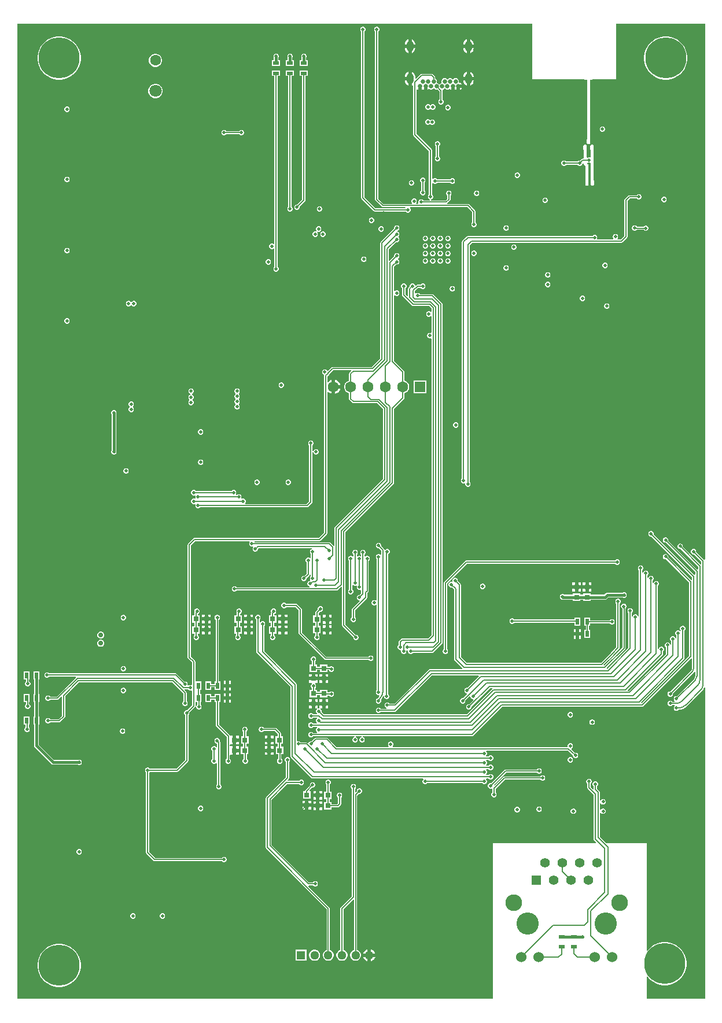
<source format=gbl>
%FSTAX23Y23*%
%MOIN*%
%SFA1B1*%

%IPPOS*%
%ADD16C,0.015700*%
%ADD17C,0.006000*%
%ADD23R,0.031500X0.031500*%
%ADD24R,0.021700X0.035400*%
%ADD30C,0.063000*%
%ADD37R,0.035400X0.021700*%
%ADD38R,0.031500X0.031500*%
%ADD133C,0.006600*%
%ADD136C,0.015000*%
%ADD138R,0.055000X0.055000*%
%ADD139C,0.055000*%
%ADD140C,0.060200*%
%ADD141C,0.096300*%
%ADD142C,0.128000*%
%ADD143C,0.051200*%
%ADD144R,0.051200X0.051200*%
%ADD145C,0.027600*%
%ADD146C,0.236200*%
%ADD147C,0.070900*%
%ADD148O,0.039400X0.063000*%
%ADD149C,0.025600*%
%ADD150R,0.063000X0.063000*%
%ADD151C,0.019700*%
%ADD152C,0.023600*%
%ADD153C,0.026000*%
%ADD154C,0.006000*%
%LNpch_mainboard-1*%
%LPD*%
G36*
X03971Y0254D02*
X03967Y02538D01*
X03966Y02538*
X0392Y02584*
Y02588*
X03918Y02594*
X03914Y02598*
X03908Y026*
X03901*
X03896Y02598*
X03891Y02594*
X03889Y02588*
Y02581*
X03891Y02576*
X03896Y02571*
X03901Y02569*
X03908*
X03909Y02569*
X0395Y02528*
Y02513*
X03945Y02511*
X03843Y02613*
Y02619*
X03841Y02625*
X03837Y02629*
X03831Y02631*
X03824*
X03819Y02629*
X03814Y02625*
X03812Y02619*
Y02612*
X03814Y02607*
X03819Y02602*
X03824Y026*
X0383*
X03932Y02498*
Y02483*
X03927Y02481*
X03759Y02649*
Y02655*
X03757Y02661*
X03753Y02665*
X03747Y02667*
X0374*
X03735Y02665*
X0373Y02661*
X03728Y02655*
Y02648*
X0373Y02643*
X03735Y02638*
X0374Y02636*
X03746*
X03914Y02468*
Y02453*
X03909Y02451*
X03675Y02685*
Y02691*
X03673Y02697*
X03669Y02701*
X03663Y02703*
X03656*
X03651Y02701*
X03646Y02697*
X03644Y02691*
Y02684*
X03646Y02679*
X03651Y02674*
X03656Y02672*
X03662*
X03896Y02438*
Y02423*
X03891Y02421*
X03759Y02553*
Y02559*
X03757Y02565*
X03753Y02569*
X03747Y02571*
X0374*
X03735Y02569*
X0373Y02565*
X03728Y02559*
Y02552*
X0373Y02547*
X03735Y02542*
X0374Y0254*
X03746*
X03878Y02408*
Y01983*
X03606Y01711*
X03604Y01712*
X03602Y01717*
X03849Y01964*
X03851Y01967*
X03852Y01971*
Y02128*
X03856Y02133*
X03858Y02138*
Y02145*
X03856Y02151*
X03852Y02155*
X03846Y02157*
X03839*
X03834Y02155*
X03829Y02151*
X03827Y02145*
Y02138*
X03829Y02133*
X03832Y0213*
X03831Y02128*
X03827Y02126*
X03826Y02127*
X03825Y02128*
X03819Y0213*
X03812*
X03807Y02128*
X03802Y02124*
X038Y02118*
Y02111*
X03802Y02106*
X03806Y02101*
Y02085*
X03801*
X03799Y02091*
X03795Y02095*
X03789Y02097*
X03782*
X03777Y02095*
X03772Y02091*
X0377Y02085*
Y02078*
X03772Y02073*
X03776Y02068*
Y02049*
X03771*
X03769Y02055*
X03765Y02059*
X03759Y02061*
X03752*
X03747Y02059*
X03742Y02055*
X0374Y02049*
Y02042*
X03742Y02037*
X03746Y02032*
Y01995*
X03533Y01782*
X03526*
X03524Y01786*
X03726Y01988*
X03728Y01991*
X03729Y01995*
Y02008*
X03733Y02013*
X03735Y02018*
Y02025*
X03733Y02031*
X03729Y02035*
X03723Y02037*
X03716*
X03711Y02035*
X03706Y02031*
X03704Y02025*
X03699*
Y02386*
X03703Y02391*
X03705Y02396*
Y02403*
X03703Y02409*
X03699Y02413*
X03693Y02415*
X03686*
X03681Y02413*
X03676Y02409*
X03674Y02403*
X03669*
Y02416*
X03673Y02421*
X03675Y02426*
Y02433*
X03673Y02439*
X03669Y02443*
X03663Y02445*
X03656*
X03651Y02443*
X03646Y02439*
X03644Y02433*
X03639*
Y02446*
X03643Y02451*
X03645Y02456*
Y02463*
X03643Y02469*
X03639Y02473*
X03633Y02475*
X03626*
X03621Y02473*
X03616Y02469*
X03614Y02463*
X03609*
Y02476*
X03613Y02481*
X03615Y02486*
Y02493*
X03613Y02499*
X03609Y02503*
X03603Y02505*
X03596*
X03591Y02503*
X03586Y02499*
X03584Y02493*
Y02486*
X03586Y02481*
X0359Y02476*
Y02402*
Y02329*
Y02211*
X03585*
X03583Y02217*
X03579Y02221*
X03573Y02223*
X03566*
X03561Y02221*
X03556Y02217*
X03554Y02211*
X03549*
Y0223*
X03553Y02235*
X03555Y0224*
Y02247*
X03553Y02253*
X03549Y02257*
X03543Y02259*
X03536*
X03531Y02257*
X03526Y02253*
X03524Y02247*
Y0224*
X03526Y02235*
X0353Y0223*
Y02031*
X03408Y01909*
X03406Y0191*
X03404Y01915*
X0351Y02021*
X03512Y02024*
X03513Y02028*
Y02257*
X03516Y0226*
X03519Y02266*
Y02272*
X03516Y02278*
X03512Y02283*
X03506Y02285*
X035*
X03494Y02283*
X03489Y02278*
X03487Y02272*
Y02266*
X03489Y0226*
X03494Y02256*
X03494Y02256*
Y02031*
X0339Y01927*
X03388Y01928*
X03386Y01933*
X03415Y01962*
X03441Y01988*
X03476Y02023*
X03478Y02026*
X03479Y0203*
Y02285*
X03483Y02289*
X03485Y02295*
Y02302*
X03483Y02307*
X03479Y02312*
X03473Y02314*
X03466*
X03461Y02312*
X03456Y02307*
X03454Y02302*
Y02295*
X03456Y02289*
X0346Y02285*
Y02033*
X03428Y02001*
X03402Y01975*
X03371Y01944*
X02598*
X02564Y01978*
Y02395*
X02563Y02398*
X02561Y02401*
X02547Y02415*
Y02421*
X02545Y02427*
X0254Y02431*
X02535Y02434*
X02528*
X02522Y02431*
X02518Y02427*
X02516Y02421*
Y02415*
X02514Y02413*
X02512Y02411*
X02506*
X025Y02409*
X02495Y02404*
X02493Y02398*
Y02392*
X02495Y02386*
X025Y02382*
X02506Y02379*
X02512*
X02525Y02366*
Y01965*
X02526Y01961*
X02528Y01958*
X02573Y01913*
X02571Y01908*
X02385*
X02381Y01907*
X02378Y01905*
X02182Y01709*
X02153*
X02149Y01713*
X02143Y01715*
X02136*
X02131Y01713*
X02126Y01709*
X02124Y01703*
Y01696*
X02126Y01691*
X02131Y01686*
X02136Y01684*
Y01679*
X02103*
X02099Y01683*
X02093Y01685*
X02086*
X02081Y01683*
X02076Y01679*
X02074Y01673*
Y01666*
X02076Y01661*
X02081Y01656*
X02086Y01654*
X02093*
X02099Y01656*
X02103Y0166*
X02183*
X02186Y01661*
X02189Y01663*
X02397Y01871*
X02666*
X02668Y01866*
X0261Y01808*
X02602Y018*
X02596*
X02591Y01798*
X02586Y01794*
X02584Y01788*
Y01781*
X02586Y01776*
X02591Y01771*
X02596Y01769*
X02599*
X02601Y01764*
X02577Y0174*
X02571*
X02566Y01738*
X02561Y01734*
X02559Y01728*
Y01721*
X02561Y01716*
X02566Y01711*
X02571Y01709*
X02578*
X02584Y01711*
X02588Y01716*
X0259Y01721*
Y01727*
X02614Y01751*
X02619Y01749*
Y01746*
X02621Y01741*
X02626Y01736*
X02631Y01734*
X02634*
X02636Y01729*
X02613Y01705*
X02606*
X02601Y01703*
X02596Y01699*
X02594Y01693*
Y01686*
X02596Y01681*
X02601Y01676*
X02606Y01674*
X02613*
X02619Y01676*
X02623Y01681*
X02625Y01686*
Y01692*
X02732Y01799*
X02745*
X02747Y01794*
X02746Y01794*
X02599Y01647*
X01776*
X01761Y01662*
Y01668*
X01759Y01674*
X01755Y01677*
X01756Y01681*
X01757Y01682*
X01764*
Y01698*
X01748*
Y01685*
Y01682*
X01744Y0168*
X01742Y01681*
X01739Y01685*
Y01698*
X01724*
Y01682*
X01734*
X01735Y01681*
X01736Y01677*
X01732Y01674*
X0173Y01668*
Y01661*
X01732Y01656*
X01736Y01652*
X01735Y01649*
X01734Y01647*
X01714*
X0171Y01651*
X01704Y01653*
X01697*
X01692Y01651*
X01687Y01647*
X01685Y01641*
Y01634*
X01687Y01629*
X01692Y01624*
X01697Y01622*
X01704*
X0171Y01624*
X01714Y01628*
X01734*
X01735Y01626*
X01736Y01623*
X01732Y0162*
X0173Y01614*
Y01607*
X01732Y01602*
X01736Y01598*
X01735Y01595*
X01734Y01593*
X01714*
X01714Y01593*
X0171Y01598*
X01704Y016*
X01697*
X01692Y01598*
X01687Y01593*
X01685Y01588*
Y01581*
X01687Y01575*
X01692Y01571*
X01697Y01569*
X01704*
X0171Y01571*
X01713Y01574*
X01734*
X01735Y01572*
X01736Y01569*
X01732Y01566*
X0173Y0156*
Y01553*
X01732Y01548*
X01736Y01544*
X01735Y01541*
X01734Y01539*
X01714*
X0171Y01543*
X01704Y01545*
X01697*
X01692Y01543*
X01687Y01539*
X01685Y01533*
Y01526*
X01687Y01521*
X01692Y01516*
X01697Y01514*
X01704*
X0171Y01516*
X01714Y0152*
X01951*
X01951Y01516*
X01945Y01513*
X01941Y01509*
X01939Y01503*
Y01497*
X01941Y01491*
X01945Y01486*
X01951Y01484*
X01958*
X01963Y01486*
X01968Y01491*
X0197Y01497*
Y01503*
X01968Y01509*
X01963Y01513*
X01958Y01516*
X01958Y0152*
X01991*
Y01515*
X01986Y01513*
X01981Y01509*
X01979Y01503*
Y01496*
X01981Y01491*
X01986Y01486*
X01991Y01484*
X01998*
X02004Y01486*
X02008Y01491*
X0201Y01496*
Y01503*
X02008Y01509*
X02004Y01513*
X01998Y01515*
Y0152*
X02628*
X02631Y01521*
X02634Y01523*
X02802Y01691*
X03609*
X03612Y01692*
X03615Y01694*
X03891Y0197*
X03896Y01968*
Y01911*
X03896Y01911*
X03895Y01903*
X0389Y01896*
X0389Y01896*
X03773Y01779*
X03767*
X03762Y01777*
X03757Y01773*
X03755Y01767*
Y0176*
X03757Y01755*
X03762Y0175*
X03767Y01748*
X03774*
X0378Y0175*
X03784Y01755*
X03786Y0176*
Y01766*
X03903Y01883*
X03903Y01883*
X03906Y01887*
X03909Y01891*
X0391*
X03914Y0189*
Y01866*
X03914Y01866*
X03913Y01858*
X03908Y01851*
X03908Y01851*
X03809Y01752*
X03803*
X03798Y0175*
X03793Y01746*
X03791Y0174*
Y01733*
X03793Y01728*
X03797Y01724*
X03796Y01721*
X03795Y01719*
X03784*
X0378Y01723*
X03774Y01725*
X03767*
X03762Y01723*
X03757Y01719*
X03755Y01713*
Y01706*
X03757Y01701*
X03762Y01696*
X03767Y01694*
X03774*
X0378Y01696*
X03784Y017*
X03795*
X03796Y01698*
X03797Y01695*
X03793Y01692*
X03791Y01686*
Y01679*
X03793Y01674*
X03798Y01669*
X03803Y01667*
X0381*
X03816Y01669*
X0382Y01673*
X03831Y01675*
X03844Y01679*
X03856Y01685*
X03867Y01694*
X03867Y01694*
X03953Y0178*
X03954Y0178*
X03962Y01791*
X03966Y01801*
X03971Y018*
Y00008*
X03635*
Y00135*
X03639Y00136*
X03645Y00129*
X03659Y00115*
X03675Y00103*
X03692Y00095*
X0371Y00088*
X0373Y00085*
X03749*
X03769Y00088*
X03787Y00095*
X03805Y00103*
X0382Y00115*
X03834Y00129*
X03846Y00145*
X03855Y00162*
X03861Y0018*
X03864Y002*
Y00219*
X03861Y00239*
X03855Y00257*
X03846Y00275*
X03834Y0029*
X0382Y00304*
X03805Y00316*
X03787Y00325*
X03769Y00331*
X03749Y00334*
X0373*
X0371Y00331*
X03692Y00325*
X03675Y00316*
X03659Y00304*
X03645Y0029*
X03639Y00283*
X03635Y00284*
Y00905*
X03401*
X03365Y0094*
Y01079*
X0337Y0108*
X0337Y0108*
X03375Y01075*
X0338Y01073*
X03387*
X03393Y01075*
X03397Y0108*
X03399Y01085*
Y01092*
X03397Y01098*
X03393Y01102*
X03387Y01104*
X0338*
X03375Y01102*
X0337Y01098*
X0337Y01097*
X03365Y01098*
Y01133*
X0337Y01134*
X0337Y01134*
X03375Y01129*
X0338Y01127*
X03387*
X03393Y01129*
X03397Y01134*
X03399Y01139*
Y01146*
X03397Y01152*
X03393Y01156*
X03387Y01158*
X0338*
X03375Y01156*
X0337Y01152*
X0337Y01151*
X03365Y01152*
Y01197*
X03364Y01201*
X03362Y01204*
X03348Y01218*
Y01231*
X03352Y01236*
X03354Y01242*
Y01248*
X03352Y01254*
X03348Y01258*
X03342Y01261*
X03335*
X0333Y01258*
X03325Y01254*
X03323Y01248*
Y01242*
X03325Y01236*
X03329Y01231*
Y01217*
X03324Y01215*
X03312Y01227*
Y01246*
X03316Y01251*
X03318Y01256*
Y01263*
X03316Y01269*
X03312Y01273*
X03306Y01275*
X03299*
X03294Y01273*
X03289Y01269*
X03287Y01263*
Y01256*
X03289Y01251*
X03293Y01246*
Y01224*
X03294Y0122*
X03296Y01217*
X03329Y01184*
Y00927*
X0333Y00923*
X03332Y0092*
X03343Y00909*
X03341Y00905*
X0275*
Y00008*
X00008*
Y05626*
X02975*
Y05309*
X03275*
X03276Y05306*
X0328Y05304*
X03291*
Y04963*
X03289Y0496*
Y0494*
X03291Y04936*
X03295Y04935*
X03304*
X03308Y04936*
X0331Y0494*
Y0496*
X03308Y04963*
Y05304*
X03319*
X03323Y05306*
X03324Y05309*
X03458*
Y05626*
X03971*
Y0254*
G37*
%LNpch_mainboard-2*%
%LPC*%
G36*
X02618Y05538D02*
Y05508D01*
X02638*
Y0551*
X02637Y05517*
X02634Y05525*
X02629Y05531*
X02623Y05536*
X02618Y05538*
G37*
G36*
X02281D02*
Y05508D01*
X02301*
Y0551*
X023Y05517*
X02297Y05525*
X02293Y05531*
X02286Y05536*
X02281Y05538*
G37*
G36*
X02598D02*
X02593Y05536D01*
X02586Y05531*
X02582Y05525*
X02579Y05517*
X02578Y0551*
Y05508*
X02598*
Y05538*
G37*
G36*
X02261D02*
X02256Y05536D01*
X0225Y05531*
X02246Y05525*
X02243Y05517*
X02241Y0551*
Y05508*
X02261*
Y05538*
G37*
G36*
X02638Y05488D02*
X02618D01*
Y05458*
X02623Y0546*
X02629Y05465*
X02634Y05471*
X02637Y05478*
X02638Y05486*
Y05488*
G37*
G36*
X02301D02*
X02281D01*
Y05458*
X02286Y0546*
X02293Y05465*
X02297Y05471*
X023Y05478*
X02301Y05486*
Y05488*
G37*
G36*
X02598D02*
X02578D01*
Y05486*
X02579Y05478*
X02582Y05471*
X02586Y05465*
X02593Y0546*
X02598Y05458*
Y05488*
G37*
G36*
X02261D02*
X02241D01*
Y05486*
X02243Y05478*
X02246Y05471*
X0225Y05465*
X02256Y0546*
X02261Y05458*
Y05488*
G37*
G36*
X01663Y05455D02*
X01656D01*
X01651Y05453*
X01646Y05449*
X01644Y05443*
Y05436*
X01646Y05431*
Y05416*
X01636*
Y05383*
X01683*
Y05416*
X01673*
Y05431*
X01675Y05436*
Y05443*
X01673Y05449*
X01669Y05453*
X01663Y05455*
G37*
G36*
X01583D02*
X01576D01*
X01571Y05453*
X01566Y05449*
X01564Y05443*
Y05436*
X01566Y05431*
Y05416*
X01556*
Y05383*
X01603*
Y05416*
X01593*
Y05431*
X01595Y05436*
Y05443*
X01593Y05449*
X01589Y05453*
X01583Y05455*
G37*
G36*
X01503D02*
X01496D01*
X01491Y05453*
X01486Y05449*
X01484Y05443*
Y05436*
X01486Y05431*
Y05416*
X01476*
Y05383*
X01523*
Y05416*
X01513*
Y05431*
X01515Y05436*
Y05443*
X01513Y05449*
X01509Y05453*
X01503Y05455*
G37*
G36*
X00809Y05454D02*
X008D01*
X0079Y05452*
X00782Y05447*
X00775Y0544*
X0077Y05431*
X00767Y05422*
Y05412*
X0077Y05402*
X00775Y05394*
X00782Y05387*
X0079Y05382*
X008Y05379*
X00809*
X00819Y05382*
X00828Y05387*
X00835Y05394*
X00839Y05402*
X00842Y05412*
Y05422*
X00839Y05431*
X00835Y0544*
X00828Y05447*
X00819Y05452*
X00809Y05454*
G37*
G36*
X02618Y05351D02*
Y05322D01*
X02638*
Y05323*
X02637Y05331*
X02634Y05338*
X02629Y05345*
X02623Y05349*
X02618Y05351*
G37*
G36*
X02598D02*
X02593Y05349D01*
X02586Y05345*
X02582Y05338*
X02579Y05331*
X02578Y05323*
Y05322*
X02598*
Y05351*
G37*
G36*
X02261D02*
X02256Y05349D01*
X0225Y05345*
X02246Y05338*
X02243Y05331*
X02241Y05323*
Y05322*
X02261*
Y05351*
G37*
G36*
X03754Y05554D02*
X03735D01*
X03715Y05551*
X03697Y05545*
X0368Y05536*
X03664Y05524*
X0365Y0551*
X03638Y05495*
X0363Y05477*
X03623Y05459*
X0362Y05439*
Y0542*
X03623Y054*
X0363Y05382*
X03638Y05365*
X0365Y05349*
X03664Y05335*
X0368Y05323*
X03697Y05315*
X03715Y05308*
X03735Y05305*
X03754*
X03774Y05308*
X03792Y05315*
X0381Y05323*
X03825Y05335*
X03839Y05349*
X03851Y05365*
X0386Y05382*
X03866Y054*
X03869Y0542*
Y05439*
X03866Y05459*
X0386Y05477*
X03851Y05495*
X03839Y0551*
X03825Y05524*
X0381Y05536*
X03792Y05545*
X03774Y05551*
X03754Y05554*
G37*
G36*
X00259D02*
X0024D01*
X0022Y05551*
X00202Y05545*
X00185Y05536*
X00169Y05524*
X00155Y0551*
X00143Y05495*
X00135Y05477*
X00128Y05459*
X00125Y05439*
Y0542*
X00128Y054*
X00135Y05382*
X00143Y05365*
X00155Y05349*
X00169Y05335*
X00185Y05323*
X00202Y05315*
X0022Y05308*
X0024Y05305*
X00259*
X00279Y05308*
X00297Y05315*
X00315Y05323*
X0033Y05335*
X00344Y05349*
X00356Y05365*
X00365Y05382*
X00371Y054*
X00374Y0542*
Y05439*
X00371Y05459*
X00365Y05477*
X00356Y05495*
X00344Y0551*
X0033Y05524*
X00315Y05536*
X00297Y05545*
X00279Y05551*
X00259Y05554*
G37*
G36*
X02638Y05302D02*
X02618D01*
Y05272*
X02623Y05274*
X02629Y05279*
X02634Y05285*
X02637Y05292*
X02638Y053*
Y05302*
G37*
G36*
X02598D02*
X02578D01*
Y053*
X02579Y05292*
X02582Y05285*
X02586Y05279*
X02593Y05274*
X02598Y05272*
Y05302*
G37*
G36*
X02261D02*
X02241D01*
Y053*
X02243Y05292*
X02246Y05285*
X0225Y05279*
X02256Y05274*
X02261Y05272*
Y05302*
G37*
G36*
X0257Y05256D02*
X0256D01*
Y05246*
X02563Y05247*
X02569Y05253*
X0257Y05256*
G37*
G36*
X0081Y05281D02*
X00799D01*
X00789Y05278*
X00779Y05273*
X00771Y05265*
X00766Y05256*
X00763Y05245*
Y05234*
X00766Y05224*
X00771Y05214*
X00779Y05206*
X00789Y05201*
X00799Y05198*
X0081*
X00821Y05201*
X0083Y05206*
X00838Y05214*
X00843Y05224*
X00846Y05234*
Y05245*
X00843Y05256*
X00838Y05265*
X0083Y05273*
X00821Y05278*
X0081Y05281*
G37*
G36*
X02378Y05163D02*
X02372D01*
X02366Y05161*
X02361Y05157*
X02359Y05151*
Y05144*
X02361Y05139*
X02366Y05134*
X02372Y05132*
X02378*
X02384Y05134*
X02388Y05138*
X02388*
X02393Y05134*
X02399Y05132*
X02405*
X02411Y05134*
X02415Y05138*
X02418Y05144*
Y05151*
X02415Y05156*
X02411Y05161*
X02405Y05163*
X02399*
X02393Y05161*
X02388Y05156*
X02388Y05157*
X02384Y05161*
X02378Y05163*
G37*
G36*
X02493Y0516D02*
X02486D01*
X02481Y05158*
X02476Y05154*
X02474Y05148*
Y05141*
X02476Y05136*
X02481Y05131*
X02486Y05129*
X02493*
X02499Y05131*
X02503Y05136*
X02505Y05141*
Y05148*
X02503Y05154*
X02499Y05158*
X02493Y0516*
G37*
G36*
X00298Y0515D02*
X00291D01*
X00286Y05148*
X00281Y05144*
X00279Y05138*
Y05131*
X00281Y05126*
X00286Y05121*
X00291Y05119*
X00298*
X00304Y05121*
X00308Y05126*
X0031Y05131*
Y05138*
X00308Y05144*
X00304Y05148*
X00298Y0515*
G37*
G36*
X02377Y05077D02*
X02371D01*
X02365Y05074*
X02361Y0507*
X02359Y05064*
Y05058*
X02361Y05052*
X02365Y05047*
X02371Y05045*
X02377*
X02383Y05047*
X02386Y0505*
X02391Y05046*
X02396Y05044*
X02403*
X02409Y05046*
X02413Y05051*
X02415Y05056*
Y05063*
X02413Y05069*
X02409Y05073*
X02403Y05075*
X02396*
X02391Y05073*
X02388Y0507*
X02383Y05074*
X02377Y05077*
G37*
G36*
X01303Y05015D02*
X01296D01*
X01291Y05013*
X01286Y05009*
X01213*
X01209Y05013*
X01203Y05015*
X01196*
X01191Y05013*
X01186Y05009*
X01184Y05003*
Y04996*
X01186Y04991*
X01191Y04986*
X01196Y04984*
X01203*
X01209Y04986*
X01213Y0499*
X01286*
X01291Y04986*
X01296Y04984*
X01303*
X01309Y04986*
X01313Y04991*
X01315Y04996*
Y05003*
X01313Y05009*
X01309Y05013*
X01303Y05015*
G37*
G36*
X03383Y05035D02*
X03376D01*
X03371Y05033*
X03366Y05029*
X03364Y05023*
Y05016*
X03366Y05011*
X03371Y05006*
X03376Y05004*
X03383*
X03389Y05006*
X03393Y05011*
X03395Y05016*
Y05023*
X03393Y05029*
X03389Y05033*
X03383Y05035*
G37*
G36*
X03324Y0493D02*
X03314D01*
X03311Y04928*
X03309Y04924*
Y04905*
X03311Y04901*
X03313Y049*
Y0486*
X03308Y04856*
X03306Y04857*
X03299*
X03294Y04855*
X03289Y04857*
Y04901*
X0329Y04905*
Y04924*
X03288Y04928*
X03285Y0493*
X03275*
X03271Y04928*
X0327Y04924*
Y04905*
X03271Y04901*
Y0485*
X03266*
X03262Y04849*
X03259Y04847*
X03251Y04839*
X03245*
X0324Y04837*
X03235Y04833*
X03172*
X03168Y04837*
X03162Y04839*
X03155*
X0315Y04837*
X03145Y04833*
X03143Y04827*
Y0482*
X03145Y04815*
X0315Y0481*
X03155Y04808*
X03162*
X03168Y0481*
X03172Y04814*
X03235*
X0324Y0481*
X03245Y04808*
X03252*
X03258Y0481*
X03262Y04815*
X03264Y0482*
Y04823*
X03266Y04825*
X03271Y04822*
Y04822*
X03271Y04821*
Y0482*
X03273Y04817*
X03273Y04816*
X03274Y04815*
X03281Y04808*
Y04725*
X03281Y04724*
Y04723*
X03281Y04723*
Y04703*
X03281Y04702*
Y04701*
X03282Y04698*
X03285Y04695*
X03288Y04694*
X03292*
X03295Y04695*
X03298Y04698*
X03299Y04701*
Y04702*
X033Y04703*
Y04723*
X03299Y04723*
Y04724*
X03299Y04725*
Y04811*
X03299Y04812*
Y04813*
X03298Y04816*
X03297Y04816*
X03296Y04817*
X03292Y04822*
X03292Y04823*
X03298Y04826*
X03299Y04826*
X03306*
X03308Y04827*
X03313Y04823*
Y04725*
X03313Y04724*
Y04723*
X03312Y04723*
Y04703*
X03313Y04702*
Y04701*
X03314Y04698*
X03317Y04695*
X0332Y04694*
X03324*
X03327Y04695*
X03329Y04698*
X03331Y04701*
Y04702*
X03331Y04703*
Y04723*
X03331Y04723*
Y04724*
X0333Y04725*
Y04907*
X0333Y04908*
Y04909*
X03329Y04911*
Y04924*
X03328Y04928*
X03324Y0493*
G37*
G36*
X02433Y0495D02*
X02426D01*
X02421Y04948*
X02416Y04944*
X02414Y04938*
Y04931*
X02416Y04926*
X0242Y04921*
Y04863*
X02416Y04859*
X02414Y04853*
Y04846*
X02416Y04841*
X02421Y04836*
X02426Y04834*
X02433*
X02439Y04836*
X02443Y04841*
X02445Y04846*
Y04853*
X02443Y04859*
X02439Y04863*
Y04921*
X02443Y04926*
X02445Y04931*
Y04938*
X02443Y04944*
X02439Y04948*
X02433Y0495*
G37*
G36*
X02893Y0477D02*
X02886D01*
X02881Y04768*
X02876Y04764*
X02874Y04758*
Y04751*
X02876Y04746*
X02881Y04741*
X02886Y04739*
X02893*
X02899Y04741*
X02903Y04746*
X02905Y04751*
Y04758*
X02903Y04764*
X02899Y04768*
X02893Y0477*
G37*
G36*
X00298Y04745D02*
X00291D01*
X00286Y04743*
X00281Y04739*
X00279Y04733*
Y04726*
X00281Y04721*
X00286Y04716*
X00291Y04714*
X00298*
X00304Y04716*
X00308Y04721*
X0031Y04726*
Y04733*
X00308Y04739*
X00304Y04743*
X00298Y04745*
G37*
G36*
X02283Y04725D02*
X02276D01*
X02271Y04723*
X02266Y04719*
X02264Y04713*
Y04706*
X02266Y04701*
X02271Y04696*
X02276Y04694*
X02283*
X02289Y04696*
X02293Y04701*
X02295Y04706*
Y04713*
X02293Y04719*
X02289Y04723*
X02283Y04725*
G37*
G36*
X02348Y04741D02*
X02341D01*
X02336Y04738*
X02331Y04734*
X02329Y04728*
Y04722*
X02331Y04716*
X02335Y04712*
Y04668*
X02331Y04664*
X02329Y04658*
Y04651*
X02331Y04646*
X02336Y04641*
X02341Y04639*
X02348*
X02354Y04641*
X02358Y04646*
X0236Y04651*
Y04658*
X02358Y04664*
X02354Y04668*
Y04712*
X02358Y04716*
X0236Y04722*
Y04728*
X02358Y04734*
X02354Y04738*
X02348Y04741*
G37*
G36*
X02658Y04665D02*
X02651D01*
X02646Y04663*
X02641Y04659*
X02639Y04653*
Y04646*
X02641Y04641*
X02646Y04636*
X02651Y04634*
X02658*
X02664Y04636*
X02668Y04641*
X0267Y04646*
Y04653*
X02668Y04659*
X02664Y04663*
X02658Y04665*
G37*
G36*
X03593Y04645D02*
X03586D01*
X03581Y04643*
X03576Y04639*
X03535*
X03531Y04638*
X03528Y04636*
X03508Y04616*
X03506Y04613*
X03505Y0461*
Y04403*
X03486Y04384*
X03468*
X03466Y04389*
X03468Y04391*
X0347Y04396*
Y04403*
X03468Y04409*
X03464Y04413*
X03458Y04415*
X03451*
X03446Y04413*
X03441Y04409*
X03439Y04403*
Y04396*
X03441Y04391*
X03443Y04389*
X03441Y04384*
X03353*
X03349Y04389*
X0335Y04391*
Y04398*
X03348Y04404*
X03344Y04408*
X03338Y0441*
X03331*
X03326Y04408*
X03321Y04404*
X02605*
X02601Y04403*
X02598Y04401*
X02573Y04376*
X02571Y04373*
X0257Y0437*
Y03008*
X02566Y03004*
X02564Y02998*
Y02991*
X02566Y02986*
X02571Y02981*
X02576Y02979*
X02583*
X02584Y02979*
X02585Y02979*
X02589Y02976*
Y02971*
X02591Y02966*
X02596Y02961*
X02601Y02959*
X02608*
X02614Y02961*
X02618Y02966*
X0262Y02971*
Y02978*
X02618Y02984*
X02614Y02988*
Y04351*
X02628Y04365*
X0349*
X03493Y04366*
X03496Y04368*
X03521Y04393*
X03523Y04396*
X03524Y044*
Y04606*
X03538Y0462*
X03576*
X03581Y04616*
X03586Y04614*
X03593*
X03599Y04616*
X03603Y04621*
X03605Y04626*
Y04633*
X03603Y04639*
X03599Y04643*
X03593Y04645*
G37*
G36*
X03738Y0463D02*
X03731D01*
X03726Y04628*
X03721Y04624*
X03719Y04618*
Y04611*
X03721Y04606*
X03726Y04601*
X03731Y04599*
X03738*
X03744Y04601*
X03748Y04606*
X0375Y04611*
Y04618*
X03748Y04624*
X03744Y04628*
X03738Y0463*
G37*
G36*
X03053Y04625D02*
X03046D01*
X03041Y04623*
X03036Y04619*
X03034Y04613*
Y04606*
X03036Y04601*
X03041Y04596*
X03046Y04594*
X03053*
X03059Y04596*
X03063Y04601*
X03065Y04606*
Y04613*
X03063Y04619*
X03059Y04623*
X03053Y04625*
G37*
G36*
X02083Y0561D02*
X02076D01*
X02071Y05608*
X02066Y05604*
X02064Y05598*
Y05591*
X02066Y05586*
X0207Y05581*
Y04615*
X02071Y04611*
X02073Y04608*
X02108Y04573*
X02111Y04571*
X02115Y0457*
X02242*
X02244Y04565*
X02243Y04564*
X02073*
X02009Y04628*
Y05581*
X02013Y05586*
X02015Y05591*
Y05598*
X02013Y05604*
X02009Y05608*
X02003Y0561*
X01996*
X01991Y05608*
X01986Y05604*
X01984Y05598*
Y05591*
X01986Y05586*
X0199Y05581*
Y04625*
X01991Y04621*
X01993Y04618*
X02063Y04548*
X02066Y04546*
X0207Y04545*
X02246*
X02251Y04541*
X02256Y04539*
X02263*
X02269Y04541*
X02273Y04546*
X02275Y04551*
Y04558*
X02273Y04564*
X02271Y04565*
X02273Y0457*
X02601*
X0263Y04541*
Y04483*
X02626Y04479*
X02624Y04473*
Y04466*
X02626Y04461*
X02631Y04456*
X02636Y04454*
X02643*
X02649Y04456*
X02653Y04461*
X02655Y04466*
Y04473*
X02653Y04479*
X02649Y04483*
Y04545*
X02648Y04548*
X02646Y04551*
X02611Y04586*
X02608Y04588*
X02605Y04589*
X02489*
X02487Y04591*
X02487Y04594*
X02501Y04608*
X02503Y04611*
X02504Y04615*
Y04636*
X02508Y04641*
X0251Y04646*
Y04653*
X02508Y04659*
X02504Y04663*
X02498Y04665*
X02491*
X02486Y04663*
X02481Y04659*
X02479Y04653*
Y04646*
X02481Y04641*
X02485Y04636*
Y04618*
X02476Y04609*
X02393*
Y04614*
X02399Y04616*
X02403Y04621*
X02405Y04626*
Y04633*
X02403Y04639*
X02399Y04643*
Y04707*
X02404Y04709*
X02406Y04707*
X02411Y04705*
X02418*
X02424Y04707*
X02428Y04711*
X02501*
X02506Y04707*
X02511Y04705*
X02518*
X02524Y04707*
X02528Y04711*
X0253Y04717*
Y04724*
X02528Y04729*
X02524Y04734*
X02518Y04736*
X02511*
X02506Y04734*
X02501Y0473*
X02428*
X02424Y04734*
X02418Y04736*
X02411*
X02406Y04734*
X02404Y04732*
X02399Y04734*
Y04899*
X02398Y04902*
X02396Y04905*
X02309Y04993*
Y05248*
X02314Y0525*
X02316Y05247*
X02319Y05246*
Y05266*
X02339*
Y05246*
X02342Y05247*
X02345Y0525*
X02348Y05247*
X02351Y05246*
Y05266*
X02371*
Y05246*
X02374Y05247*
X02379Y05253*
X02382Y0525*
X02389Y05248*
X02396*
X02403Y0525*
X02408Y05256*
X02413Y0525*
X0242Y05248*
X02428*
X02429Y05248*
X02441Y05237*
Y05191*
X02436Y05187*
X02434Y05181*
Y05175*
X02436Y05169*
X02441Y05164*
X02447Y05162*
X02453*
X02459Y05164*
X02463Y05169*
X02466Y05175*
Y05181*
X02463Y05187*
X02459Y05191*
Y0524*
X02459Y05243*
X02459Y05245*
X02461Y05249*
X02466Y0525*
X02471Y05256*
X02476Y0525*
X02483Y05248*
X02491*
X02497Y0525*
X025Y05253*
X02505Y05247*
X02508Y05246*
Y05266*
X02528*
Y05246*
X02531Y05247*
X02534Y0525*
X02537Y05247*
X0254Y05246*
Y05266*
X0255*
Y05276*
X0257*
X02569Y05279*
X02563Y05286*
X02554Y05289*
X02554*
X02553Y0529*
Y05298*
X0255Y05305*
X02545Y0531*
X02538Y05313*
X0253*
X02523Y0531*
X02518Y05305*
X02513Y0531*
X02506Y05313*
X02499*
X02492Y0531*
X02487Y05305*
X02482Y0531*
X02475Y05313*
X02467*
X0246Y0531*
X02455Y05305*
X02452Y05298*
Y0529*
X02453Y05288*
X02452Y05285*
X02445Y05282*
X0244Y05277*
X02434Y05282*
X02428Y05285*
X02426Y05288*
X02427Y0529*
Y05298*
X02424Y05305*
X02419Y0531*
X02417Y05311*
Y05316*
X02417Y0532*
X02415Y05323*
X02401Y05336*
X02398Y05338*
X02395Y05339*
X0234*
X02336Y05338*
X02333Y05336*
X02306Y05309*
X02301Y05311*
Y05323*
X023Y05331*
X02297Y05338*
X02293Y05345*
X02286Y05349*
X02281Y05351*
Y05312*
Y05272*
X02285Y05274*
X0229Y05271*
Y04989*
X02291Y04985*
X02293Y04982*
X0238Y04895*
Y04643*
X02376Y04639*
X02374Y04633*
Y04626*
X02376Y04621*
X02381Y04616*
X02386Y04614*
Y04609*
X02348*
X02344Y04613*
X02338Y04615*
X02331*
X02326Y04613*
X02321Y04609*
X02319Y04603*
Y04596*
X0232Y04594*
X02316Y04589*
X02308*
X02306Y04594*
X02308Y04596*
X0231Y04602*
Y04608*
X02308Y04614*
X02304Y04618*
X02298Y04621*
X02291*
X02286Y04618*
X02281Y04614*
X02279Y04608*
Y04602*
X02281Y04596*
X02283Y04594*
X02281Y04589*
X02118*
X02089Y04618*
Y05581*
X02093Y05586*
X02095Y05591*
Y05598*
X02093Y05604*
X02089Y05608*
X02083Y0561*
G37*
G36*
X01683Y05359D02*
X01636D01*
Y05326*
X0165*
Y04613*
X01622Y04585*
X01616*
X01611Y04583*
X01606Y04579*
X01604Y04573*
Y04566*
X01606Y04561*
X01611Y04556*
X01616Y04554*
X01623*
X01629Y04556*
X01633Y04561*
X01635Y04566*
Y04572*
X01666Y04603*
X01668Y04606*
X01669Y0461*
Y05326*
X01683*
Y05359*
G37*
G36*
X01753Y04575D02*
X01746D01*
X01741Y04573*
X01736Y04569*
X01734Y04563*
Y04556*
X01736Y04551*
X01741Y04546*
X01746Y04544*
X01753*
X01759Y04546*
X01763Y04551*
X01765Y04556*
Y04563*
X01763Y04569*
X01759Y04573*
X01753Y04575*
G37*
G36*
X01603Y05359D02*
X01556D01*
Y05326*
X0157*
Y04573*
X01566Y04569*
X01564Y04563*
Y04556*
X01566Y04551*
X01571Y04546*
X01576Y04544*
X01583*
X01589Y04546*
X01593Y04551*
X01595Y04556*
Y04563*
X01593Y04569*
X01589Y04573*
Y05326*
X01603*
Y05359*
G37*
G36*
X02053Y0451D02*
X02046D01*
X02041Y04508*
X02036Y04504*
X02034Y04498*
Y04491*
X02036Y04486*
X02041Y04481*
X02046Y04479*
X02053*
X02059Y04481*
X02063Y04486*
X02065Y04491*
Y04498*
X02063Y04504*
X02059Y04508*
X02053Y0451*
G37*
G36*
X02828Y04465D02*
X02821D01*
X02816Y04463*
X02811Y04459*
X02809Y04453*
Y04446*
X02811Y04441*
X02816Y04436*
X02821Y04434*
X02828*
X02834Y04436*
X02838Y04441*
X0284Y04446*
Y04453*
X02838Y04459*
X02834Y04463*
X02828Y04465*
G37*
G36*
X03568D02*
X03561D01*
X03556Y04463*
X03551Y04459*
X03549Y04453*
Y04446*
X03551Y04441*
X03556Y04436*
X03561Y04434*
X03568*
X03574Y04436*
X03578Y0444*
X03616*
Y0444*
X03621Y04436*
X03627Y04433*
X03633*
X03639Y04436*
X03643Y0444*
X03646Y04446*
Y04452*
X03643Y04458*
X03639Y04462*
X03633Y04465*
X03627*
X03621Y04462*
X03617Y04458*
X03578*
X03578Y04459*
X03574Y04463*
X03568Y04465*
G37*
G36*
X01748Y0446D02*
X01741D01*
X01736Y04458*
X01731Y04454*
X01729Y04448*
Y04441*
X01731Y04436*
X01733Y04434*
X0173Y04429*
X01728Y0443*
X01721*
X01716Y04428*
X01711Y04424*
X01709Y04418*
Y04411*
X01711Y04406*
X01716Y04401*
X01721Y04399*
X01728*
X01734Y04401*
X01738Y04406*
X0174Y04411*
Y04418*
X01738Y04424*
X01736Y04426*
X01739Y0443*
X01741Y04429*
X01748*
X01754Y04431*
X01758Y04436*
X0176Y04441*
Y04448*
X01758Y04454*
X01754Y04458*
X01748Y0446*
G37*
G36*
X02108D02*
X02101D01*
X02096Y04458*
X02091Y04454*
X02089Y04448*
Y04441*
X02091Y04436*
X02096Y04431*
X02101Y04429*
X02108*
X02114Y04431*
X02118Y04436*
X0212Y04441*
Y04448*
X02118Y04454*
X02114Y04458*
X02108Y0446*
G37*
G36*
X01773Y0443D02*
X01766D01*
X01761Y04428*
X01756Y04424*
X01754Y04418*
Y04411*
X01756Y04406*
X01761Y04401*
X01766Y04399*
X01773*
X01779Y04401*
X01783Y04406*
X01785Y04411*
Y04418*
X01783Y04424*
X01779Y04428*
X01773Y0443*
G37*
G36*
X02493Y04405D02*
X02486D01*
X02481Y04403*
X02476Y04398*
X02474Y04393*
Y04386*
X02476Y04381*
X02481Y04376*
X02486Y04374*
X02493*
X02498Y04376*
X02503Y04381*
X02505Y04386*
Y04393*
X02503Y04398*
X02498Y04403*
X02493Y04405*
G37*
G36*
X02449D02*
X02443D01*
X02437Y04403*
X02433Y04398*
X0243Y04393*
Y04386*
X02433Y04381*
X02437Y04376*
X02443Y04374*
X02449*
X02455Y04376*
X0246Y04381*
X02462Y04386*
Y04393*
X0246Y04398*
X02455Y04403*
X02449Y04405*
G37*
G36*
X02406D02*
X024D01*
X02394Y04403*
X02389Y04398*
X02387Y04393*
Y04386*
X02389Y04381*
X02394Y04376*
X024Y04374*
X02406*
X02412Y04376*
X02416Y04381*
X02419Y04386*
Y04393*
X02416Y04398*
X02412Y04403*
X02406Y04405*
G37*
G36*
X02363D02*
X02356D01*
X02351Y04403*
X02346Y04398*
X02344Y04393*
Y04386*
X02346Y04381*
X02351Y04376*
X02356Y04374*
X02363*
X02369Y04376*
X02373Y04381*
X02375Y04386*
Y04393*
X02373Y04398*
X02369Y04403*
X02363Y04405*
G37*
G36*
X01523Y05359D02*
X01476D01*
Y05326*
X0149*
Y04358*
X01485Y04356*
X01484Y04358*
X01478Y0436*
X01471*
X01466Y04358*
X01461Y04354*
X01459Y04348*
Y04341*
X01461Y04336*
X01466Y04331*
X01471Y04329*
X01478*
X01484Y04331*
X01485Y04333*
X0149Y04331*
Y04228*
X01486Y04224*
X01484Y04218*
Y04211*
X01486Y04206*
X01491Y04201*
X01496Y04199*
X01503*
X01509Y04201*
X01513Y04206*
X01515Y04211*
Y04218*
X01513Y04224*
X01509Y04228*
Y05326*
X01523*
Y05359*
G37*
G36*
X02493Y04362D02*
X02486D01*
X02481Y0436*
X02476Y04355*
X02474Y04349*
Y04343*
X02476Y04337*
X02481Y04333*
X02486Y0433*
X02493*
X02498Y04333*
X02503Y04337*
X02505Y04343*
Y04349*
X02503Y04355*
X02498Y0436*
X02493Y04362*
G37*
G36*
X02449D02*
X02443D01*
X02437Y0436*
X02433Y04355*
X0243Y04349*
Y04343*
X02433Y04337*
X02437Y04333*
X02443Y0433*
X02449*
X02455Y04333*
X0246Y04337*
X02462Y04343*
Y04349*
X0246Y04355*
X02455Y0436*
X02449Y04362*
G37*
G36*
X02406D02*
X024D01*
X02394Y0436*
X02389Y04355*
X02387Y04349*
Y04343*
X02389Y04337*
X02394Y04333*
X024Y0433*
X02406*
X02412Y04333*
X02416Y04337*
X02419Y04343*
Y04349*
X02416Y04355*
X02412Y0436*
X02406Y04362*
G37*
G36*
X02363D02*
X02356D01*
X02351Y0436*
X02346Y04355*
X02344Y04349*
Y04343*
X02346Y04337*
X02351Y04333*
X02356Y0433*
X02363*
X02369Y04333*
X02373Y04337*
X02375Y04343*
Y04349*
X02373Y04355*
X02369Y0436*
X02363Y04362*
G37*
G36*
X02873Y04355D02*
X02866D01*
X02861Y04353*
X02856Y04349*
X02854Y04343*
Y04336*
X02856Y04331*
X02861Y04326*
X02866Y04324*
X02873*
X02879Y04326*
X02883Y04331*
X02885Y04336*
Y04343*
X02883Y04349*
X02879Y04353*
X02873Y04355*
G37*
G36*
X00298Y04335D02*
X00291D01*
X00286Y04333*
X00281Y04329*
X00279Y04323*
Y04316*
X00281Y04311*
X00286Y04306*
X00291Y04304*
X00298*
X00304Y04306*
X00308Y04311*
X0031Y04316*
Y04323*
X00308Y04329*
X00304Y04333*
X00298Y04335*
G37*
G36*
X02643Y0432D02*
X02636D01*
X02631Y04318*
X02626Y04314*
X02624Y04308*
Y04301*
X02626Y04296*
X02631Y04291*
X02636Y04289*
X02643*
X02649Y04291*
X02653Y04296*
X02655Y04301*
Y04308*
X02653Y04314*
X02649Y04318*
X02643Y0432*
G37*
G36*
X02493Y04319D02*
X02486D01*
X02481Y04316*
X02476Y04312*
X02474Y04306*
Y043*
X02476Y04294*
X02481Y04289*
X02486Y04287*
X02493*
X02498Y04289*
X02503Y04294*
X02505Y043*
Y04306*
X02503Y04312*
X02498Y04316*
X02493Y04319*
G37*
G36*
X02449D02*
X02443D01*
X02437Y04316*
X02433Y04312*
X0243Y04306*
Y043*
X02433Y04294*
X02437Y04289*
X02443Y04287*
X02449*
X02455Y04289*
X0246Y04294*
X02462Y043*
Y04306*
X0246Y04312*
X02455Y04316*
X02449Y04319*
G37*
G36*
X02406D02*
X024D01*
X02394Y04316*
X02389Y04312*
X02387Y04306*
Y043*
X02389Y04294*
X02394Y04289*
X024Y04287*
X02406*
X02412Y04289*
X02416Y04294*
X02419Y043*
Y04306*
X02416Y04312*
X02412Y04316*
X02406Y04319*
G37*
G36*
X02363D02*
X02356D01*
X02351Y04316*
X02346Y04312*
X02344Y04306*
Y043*
X02346Y04294*
X02351Y04289*
X02356Y04287*
X02363*
X02369Y04289*
X02373Y04294*
X02375Y043*
Y04306*
X02373Y04312*
X02369Y04316*
X02363Y04319*
G37*
G36*
X02008Y04285D02*
X02001D01*
X01996Y04283*
X01991Y04279*
X01989Y04273*
Y04266*
X01991Y04261*
X01996Y04256*
X02001Y04254*
X02008*
X02014Y04256*
X02018Y04261*
X0202Y04266*
Y04273*
X02018Y04279*
X02014Y04283*
X02008Y04285*
G37*
G36*
X02493Y04275D02*
X02486D01*
X02481Y04273*
X02476Y04269*
X02474Y04263*
Y04256*
X02476Y04251*
X02481Y04246*
X02486Y04244*
X02493*
X02498Y04246*
X02503Y04251*
X02505Y04256*
Y04263*
X02503Y04269*
X02498Y04273*
X02493Y04275*
G37*
G36*
X02449D02*
X02443D01*
X02437Y04273*
X02433Y04269*
X0243Y04263*
Y04256*
X02433Y04251*
X02437Y04246*
X02443Y04244*
X02449*
X02455Y04246*
X0246Y04251*
X02462Y04256*
Y04263*
X0246Y04269*
X02455Y04273*
X02449Y04275*
G37*
G36*
X02406D02*
X024D01*
X02394Y04273*
X02389Y04269*
X02387Y04263*
Y04256*
X02389Y04251*
X02394Y04246*
X024Y04244*
X02406*
X02412Y04246*
X02416Y04251*
X02419Y04256*
Y04263*
X02416Y04269*
X02412Y04273*
X02406Y04275*
G37*
G36*
X02363D02*
X02356D01*
X02351Y04273*
X02346Y04269*
X02344Y04263*
Y04256*
X02346Y04251*
X02351Y04246*
X02356Y04244*
X02363*
X02369Y04246*
X02373Y04251*
X02375Y04256*
Y04263*
X02373Y04269*
X02369Y04273*
X02363Y04275*
G37*
G36*
X01458Y0427D02*
X01451D01*
X01446Y04268*
X01441Y04264*
X01439Y04258*
Y04251*
X01441Y04246*
X01446Y04241*
X01451Y04239*
X01458*
X01464Y04241*
X01468Y04246*
X0147Y04251*
Y04258*
X01468Y04264*
X01464Y04268*
X01458Y0427*
G37*
G36*
X03398Y0425D02*
X03391D01*
X03386Y04248*
X03381Y04244*
X03379Y04238*
Y04231*
X03381Y04226*
X03386Y04221*
X03391Y04219*
X03398*
X03404Y04221*
X03408Y04226*
X0341Y04231*
Y04238*
X03408Y04244*
X03404Y04248*
X03398Y0425*
G37*
G36*
X02828Y04235D02*
X02821D01*
X02816Y04233*
X02811Y04229*
X02809Y04223*
Y04216*
X02811Y04211*
X02816Y04206*
X02821Y04204*
X02828*
X02834Y04206*
X02838Y04211*
X0284Y04216*
Y04223*
X02838Y04229*
X02834Y04233*
X02828Y04235*
G37*
G36*
X03068Y04195D02*
X03061D01*
X03056Y04193*
X03051Y04189*
X03049Y04183*
Y04176*
X03051Y04171*
X03056Y04166*
X03061Y04164*
X03068*
X03074Y04166*
X03078Y04171*
X0308Y04176*
Y04183*
X03078Y04189*
X03074Y04193*
X03068Y04195*
G37*
G36*
X02348Y0413D02*
X02341D01*
X02336Y04128*
X02331Y04124*
X02315*
X02311Y04123*
X02308Y04121*
X02305Y04118*
X023Y0412*
X02298Y04124*
X02294Y04128*
X02288Y0413*
X02281*
X02276Y04128*
X02271Y04124*
X02269Y04118*
Y04112*
X02263Y04106*
X02261Y04103*
X0226Y041*
Y04058*
X02256Y04056*
X02244Y04068*
Y04101*
X02244Y04101*
X02249Y04106*
X02251Y04111*
Y04118*
X02249Y04124*
X02244Y04128*
X02239Y0413*
X02232*
X02226Y04128*
X02222Y04124*
X0222Y04118*
Y04111*
X02222Y04106*
X02225Y04102*
Y04065*
X02226Y04061*
X02228Y04058*
X02283Y04003*
X02286Y04001*
X0229Y04*
X02381*
X02395Y03986*
Y03968*
X0239Y03966*
X02389Y03968*
X02383Y0397*
X02376*
X02371Y03968*
X02366Y03964*
X02364Y03958*
Y03951*
X02366Y03946*
X02371Y03941*
X02376Y03939*
X02383*
X02389Y03941*
X0239Y03943*
X02395Y03941*
Y03848*
X0239Y03844*
X02388Y03845*
X02381*
X02376Y03843*
X02371Y03839*
X02369Y03833*
Y03826*
X02371Y03821*
X02376Y03816*
X02381Y03814*
X02388*
X0239Y03815*
X02395Y03811*
Y02103*
X02376Y02084*
X02225*
X02221Y02083*
X02218Y02081*
X02208Y02071*
X02206Y02068*
X02205Y02065*
Y02048*
X02201Y02044*
X02199Y02038*
Y02031*
X02201Y02026*
X02206Y02021*
X02211Y02019*
X02216*
X02219Y02015*
X02219Y02014*
X02219Y02013*
Y02006*
X02221Y02001*
X02226Y01996*
X02231Y01994*
X02238*
X02244Y01996*
X02248Y02001*
X0225Y02006*
Y02013*
X02254Y02017*
X02255*
X02258Y02014*
X02259Y02012*
Y02006*
X02261Y02001*
X02266Y01996*
X02271Y01994*
X02278*
X02284Y01996*
X02288Y02*
X024*
X02403Y02001*
X02406Y02003*
X02456Y02053*
X02458Y02056*
X02459Y0206*
Y0401*
X02458Y04013*
X02456Y04016*
X02406Y04066*
X02403Y04068*
X024Y04069*
X02328*
X02324Y04073*
X02318Y04075*
X02311*
X02306Y04073*
X02304Y04071*
X02299Y04073*
Y04086*
X02318Y04105*
X02331*
X02336Y04101*
X02341Y04099*
X02348*
X02354Y04101*
X02358Y04106*
X0236Y04111*
Y04118*
X02358Y04124*
X02354Y04128*
X02348Y0413*
G37*
G36*
X03068Y0414D02*
X03061D01*
X03056Y04138*
X03051Y04134*
X03049Y04128*
Y04121*
X03051Y04116*
X03056Y04111*
X03061Y04109*
X03068*
X03074Y04111*
X03078Y04116*
X0308Y04121*
Y04128*
X03078Y04134*
X03074Y04138*
X03068Y0414*
G37*
G36*
X02518Y04115D02*
X02511D01*
X02506Y04113*
X02501Y04109*
X02499Y04103*
Y04096*
X02501Y04091*
X02506Y04086*
X02511Y04084*
X02518*
X02524Y04086*
X02528Y04091*
X0253Y04096*
Y04103*
X02528Y04109*
X02524Y04113*
X02518Y04115*
G37*
G36*
X02198Y04465D02*
X02191D01*
X02186Y04463*
X02181Y04459*
X02179Y04453*
Y04447*
X02103Y04371*
X02101Y04368*
X021Y04365*
Y03698*
X02051Y03649*
X01825*
X01821Y03648*
X01818Y03646*
X01798Y03626*
X01793Y03627*
X01793Y03629*
X01789Y03633*
X01783Y03635*
X01776*
X01771Y03633*
X01766Y03629*
X01764Y03623*
Y03616*
X01766Y03611*
X01771Y03606*
X01772Y03606*
X01776Y03603*
X01775Y036*
Y02693*
X01746Y02664*
X0103*
X01026Y02663*
X01023Y02661*
X00993Y02631*
X00991Y02628*
X0099Y02625*
Y01975*
X00991Y01971*
X00993Y01968*
X01015Y01946*
Y01818*
X0101Y01814*
X01008Y01815*
X01001*
X00996Y01813*
X00994Y01811*
X00989Y01814*
X0099Y01816*
Y01823*
X00988Y01829*
X00984Y01833*
X00978Y01835*
X00972*
X00927Y0188*
X00924Y01882*
X00921Y01883*
X00193*
X00189Y01887*
X00183Y01889*
X00177*
X00171Y01887*
X00166Y01882*
X00164Y01877*
Y0187*
X00166Y01864*
X00171Y0186*
X00177Y01858*
X00183*
X00189Y0186*
X00193Y01864*
X00344*
X00346Y01859*
X00236Y01749*
X00198*
X00194Y01753*
X00188Y01755*
X00181*
X00176Y01753*
X00171Y01749*
X00169Y01743*
Y01736*
X00171Y01731*
X00176Y01726*
X00181Y01724*
X00188*
X00194Y01726*
X00198Y0173*
X0024*
X00243Y01731*
X00246Y01733*
X00261Y01748*
X00265Y01746*
Y01638*
X00246Y01619*
X00198*
X00194Y01623*
X00188Y01625*
X00181*
X00176Y01623*
X00171Y01619*
X00169Y01613*
Y01606*
X00171Y01601*
X00176Y01596*
X00181Y01594*
X00188*
X00194Y01596*
X00198Y016*
X0025*
X00253Y01601*
X00256Y01603*
X00281Y01628*
X00283Y01631*
X00284Y01635*
Y01751*
X00363Y0183*
X00901*
X00965Y01766*
Y01723*
X00961Y01719*
X00959Y01713*
Y01706*
X00961Y01701*
X00966Y01696*
X00971Y01694*
X00978*
X00984Y01696*
X00988Y01701*
X0099Y01706*
Y01713*
X00988Y01719*
X00984Y01723*
Y0177*
X00983Y01773*
X00981Y01776*
X00971Y01786*
X00973Y0179*
X00991*
X00996Y01786*
X01001Y01784*
X01008*
X0101Y01785*
X01015Y01781*
Y01698*
X00987Y0167*
X00981*
X00976Y01668*
X00971Y01664*
X00969Y01658*
Y01651*
X00971Y01646*
X00975Y01641*
Y01383*
X00926Y01334*
X00773*
X00769Y01338*
X00763Y0134*
X00756*
X00751Y01338*
X00746Y01334*
X00744Y01328*
Y01321*
X00746Y01316*
X0075Y01311*
Y0085*
X00751Y00846*
X00753Y00843*
X00793Y00803*
X00796Y00801*
X008Y008*
X01186*
X01191Y00796*
X01196Y00794*
X01203*
X01209Y00796*
X01213Y00801*
X01215Y00806*
Y00813*
X01213Y00819*
X01209Y00823*
X01203Y00825*
X01196*
X01191Y00823*
X01186Y00819*
X00803*
X00769Y00853*
Y01311*
X00773Y01315*
X0093*
X00933Y01316*
X00936Y01318*
X00991Y01373*
X00993Y01376*
X00994Y0138*
Y01641*
X00998Y01646*
X01Y01651*
Y01657*
X01031Y01688*
X01033Y01691*
X01034Y01695*
Y01713*
X01036Y01717*
X01039*
X01045*
Y01703*
X01041Y01699*
X01039Y01693*
Y01686*
X01041Y01681*
X01046Y01676*
X01051Y01674*
X01058*
X01064Y01676*
X01068Y01681*
X0107Y01686*
Y01693*
X01068Y01699*
X01064Y01703*
Y01717*
X0107*
Y01765*
X01061*
Y01788*
X01069*
Y01836*
X01035*
X01034Y0184*
Y0195*
X01033Y01953*
X01031Y01956*
X01009Y01978*
Y02621*
X01033Y02645*
X01346*
X01348Y0264*
X01346Y02639*
X01344Y02633*
Y02626*
X01346Y02621*
X01351Y02616*
X01356Y02614*
X01363*
X01365Y02615*
X01368Y02611*
X01366Y02609*
X01364Y02603*
Y02596*
X01366Y02591*
X01371Y02586*
X01376Y02584*
X01383*
X01389Y02586*
X01393Y02591*
X01395Y02596*
Y02602*
X01398Y02605*
X01706*
Y026*
X01701Y02598*
X01696Y02594*
X01694Y02588*
Y02581*
X01696Y02576*
X017Y02571*
Y02548*
X01695Y02546*
X01694Y02548*
X01688Y0255*
X01681*
X01676Y02548*
X01671Y02544*
X01669Y02538*
Y02531*
X01671Y02526*
X01675Y02521*
Y02458*
X01662Y02445*
X01656*
X01651Y02443*
X01646Y02439*
X01644Y02433*
Y02426*
X01646Y02421*
X01651Y02416*
X01656Y02414*
X01663*
X01669Y02416*
X01673Y02421*
X01675Y02426*
Y02432*
X01691Y02448*
X01693Y02451*
X01694Y02455*
Y02518*
X01695Y02519*
X017Y02517*
Y02443*
X01696Y02439*
X01694Y02433*
Y02426*
X01696Y02421*
X01696Y0242*
X01694Y02415*
X01691*
X01686Y02413*
X01681Y02409*
X01679Y02403*
Y02396*
X01681Y02391*
X01686Y02386*
X01691Y02384*
Y02379*
X01273*
X01269Y02383*
X01263Y02385*
X01256*
X01251Y02383*
X01246Y02379*
X01244Y02373*
Y02366*
X01246Y02361*
X01251Y02356*
X01256Y02354*
X01263*
X01269Y02356*
X01273Y0236*
X0185*
X01853Y02361*
X01856Y02363*
X01876Y02383*
X0188Y02381*
Y0216*
X01881Y02156*
X01883Y02153*
X01944Y02092*
Y02086*
X01946Y02081*
X01951Y02076*
X01956Y02074*
X01963*
X01969Y02076*
X01973Y02081*
X01975Y02086*
Y02093*
X01973Y02099*
X01969Y02103*
X01963Y02105*
X01957*
X01899Y02163*
Y02696*
X02176Y02973*
X02178Y02976*
X02179Y0298*
Y03406*
X02236Y03463*
X02238Y03466*
X02239Y0347*
Y03498*
X02244Y035*
X02253Y03505*
X0226Y03512*
X02264Y0352*
X02267Y0353*
Y03539*
X02264Y03549*
X0226Y03558*
X02253Y03565*
X02244Y03569*
X02239Y03571*
Y0362*
X02238Y03623*
X02236Y03626*
X02179Y03683*
Y04061*
X02184Y04063*
X02186Y04061*
X02191Y04059*
X02198*
X02204Y04061*
X02208Y04066*
X0221Y04071*
Y04078*
X02208Y04084*
X02204Y04088*
X02198Y0409*
X02191*
X02186Y04088*
X02184Y04086*
X02179Y04088*
Y04226*
X02193Y0424*
X02198*
X02204Y04242*
X02208Y04246*
X0221Y04252*
Y04259*
X02208Y04264*
X02204Y04269*
X02201Y0427*
Y04275*
X02204Y04276*
X02208Y04281*
X0221Y04286*
Y04293*
X02208Y04299*
X02204Y04303*
X02198Y04305*
X02191*
X02186Y04303*
X02181Y04299*
X02179Y04293*
Y04287*
X02153Y04261*
X02149Y04263*
Y04326*
X02192Y04369*
X02198*
X02204Y04371*
X02208Y04376*
X0221Y04381*
Y04388*
X02208Y04394*
X02205Y04396*
X02204Y044*
X02205Y04403*
X02208Y04406*
X0221Y04411*
Y04418*
X02208Y04424*
X02204Y04428*
X022Y04429*
Y04435*
X02204Y04436*
X02208Y04441*
X0221Y04446*
Y04453*
X02208Y04459*
X02204Y04463*
X02198Y04465*
G37*
G36*
X03268Y0406D02*
X03261D01*
X03256Y04058*
X03251Y04054*
X03249Y04048*
Y04041*
X03251Y04036*
X03256Y04031*
X03261Y04029*
X03268*
X03274Y04031*
X03278Y04036*
X0328Y04041*
Y04048*
X03278Y04054*
X03274Y04058*
X03268Y0406*
G37*
G36*
X00683Y0403D02*
X00676D01*
X00671Y04028*
X00668Y04025*
X00665Y04024*
X00661Y04025*
X00659Y04028*
X00653Y0403*
X00646*
X00641Y04028*
X00636Y04024*
X00634Y04018*
Y04011*
X00636Y04006*
X00641Y04001*
X00646Y03999*
X00653*
X00659Y04001*
X00661Y04004*
X00665Y04005*
X00668Y04004*
X00671Y04001*
X00676Y03999*
X00683*
X00689Y04001*
X00693Y04006*
X00695Y04011*
Y04018*
X00693Y04024*
X00689Y04028*
X00683Y0403*
G37*
G36*
X03408Y04015D02*
X03401D01*
X03396Y04013*
X03391Y04009*
X03389Y04003*
Y03996*
X03391Y03991*
X03396Y03986*
X03401Y03984*
X03408*
X03414Y03986*
X03418Y03991*
X0342Y03996*
Y04003*
X03418Y04009*
X03414Y04013*
X03408Y04015*
G37*
G36*
X00298Y03931D02*
X00291D01*
X00286Y03928*
X00281Y03924*
X00279Y03918*
Y03912*
X00281Y03906*
X00286Y03901*
X00291Y03899*
X00298*
X00304Y03901*
X00308Y03906*
X0031Y03912*
Y03918*
X00308Y03924*
X00304Y03928*
X00298Y03931*
G37*
G36*
X01533Y0356D02*
X01526D01*
X01521Y03558*
X01516Y03554*
X01514Y03548*
Y03541*
X01516Y03536*
X01521Y03531*
X01526Y03529*
X01533*
X01539Y03531*
X01543Y03536*
X01545Y03541*
Y03548*
X01543Y03554*
X01539Y03558*
X01533Y0356*
G37*
G36*
X02367Y03572D02*
X02292D01*
Y03497*
X02367*
Y03572*
G37*
G36*
X01013Y03525D02*
X01006D01*
X01001Y03523*
X00996Y03519*
X00994Y03513*
Y03506*
X00996Y03501*
X01001Y03496*
X01004Y03495*
Y03489*
X01001Y03488*
X00996Y03484*
X00994Y03478*
Y03471*
X00996Y03466*
X00999Y03463*
X01Y0346*
X00999Y03456*
X00996Y03454*
X00994Y03448*
Y03441*
X00996Y03436*
X01001Y03431*
X01006Y03429*
X01013*
X01019Y03431*
X01023Y03436*
X01025Y03441*
Y03448*
X01023Y03454*
X0102Y03456*
X01019Y0346*
X0102Y03463*
X01023Y03466*
X01025Y03471*
Y03478*
X01023Y03484*
X01019Y03488*
X01015Y03489*
Y03495*
X01019Y03496*
X01023Y03501*
X01025Y03506*
Y03513*
X01023Y03519*
X01019Y03523*
X01013Y03525*
G37*
G36*
X01278D02*
X01271D01*
X01266Y03523*
X01261Y03519*
X01259Y03513*
Y03506*
X01261Y03501*
X01264Y03498*
X01265Y03495*
X01264Y03491*
X01261Y03489*
X01259Y03483*
Y03476*
X01261Y03471*
X01264Y03468*
X01265Y03465*
X01264Y03461*
X01261Y03459*
X01259Y03453*
Y03446*
X01261Y03441*
X01264Y03438*
X01265Y03435*
X01264Y03431*
X01261Y03429*
X01259Y03423*
Y03416*
X01261Y03411*
X01266Y03406*
X01271Y03404*
X01278*
X01284Y03406*
X01288Y03411*
X0129Y03416*
Y03423*
X01288Y03429*
X01285Y03431*
X01284Y03435*
X01285Y03438*
X01288Y03441*
X0129Y03446*
Y03453*
X01288Y03459*
X01285Y03461*
X01284Y03465*
X01285Y03468*
X01288Y03471*
X0129Y03476*
Y03483*
X01288Y03489*
X01285Y03491*
X01284Y03495*
X01285Y03498*
X01288Y03501*
X0129Y03506*
Y03513*
X01288Y03519*
X01284Y03523*
X01278Y03525*
G37*
G36*
X00668Y0345D02*
X00661D01*
X00656Y03448*
X00651Y03444*
X00649Y03438*
Y03431*
X00651Y03426*
X00654Y03423*
X00655Y0342*
X00654Y03416*
X00651Y03414*
X00649Y03408*
Y03401*
X00651Y03396*
X00656Y03391*
X00661Y03389*
X00668*
X00674Y03391*
X00678Y03396*
X0068Y03401*
Y03408*
X00678Y03414*
X00675Y03416*
X00674Y0342*
X00675Y03423*
X00678Y03426*
X0068Y03431*
Y03438*
X00678Y03444*
X00674Y03448*
X00668Y0345*
G37*
G36*
X02538Y0333D02*
X02531D01*
X02526Y03328*
X02521Y03324*
X02519Y03318*
Y03311*
X02521Y03306*
X02526Y03301*
X02531Y03299*
X02538*
X02544Y03301*
X02548Y03306*
X0255Y03311*
Y03318*
X02548Y03324*
X02544Y03328*
X02538Y0333*
G37*
G36*
X01068Y0329D02*
X01061D01*
X01056Y03288*
X01051Y03284*
X01049Y03278*
Y03271*
X01051Y03266*
X01056Y03261*
X01061Y03259*
X01068*
X01074Y03261*
X01078Y03266*
X0108Y03271*
Y03278*
X01078Y03284*
X01074Y03288*
X01068Y0329*
G37*
G36*
X01703Y03225D02*
X01696D01*
X01691Y03223*
X01686Y03219*
X01684Y03213*
Y03206*
X01686Y03201*
X0169Y03196*
Y02873*
X01676Y02859*
X01323*
X01321Y02864*
X01323Y02866*
X01325Y02871*
Y02878*
X01323Y02884*
X01319Y02888*
X01313Y0289*
X01306*
X01303Y02889*
X01299Y02893*
X013Y02896*
Y02903*
X01298Y02909*
X01294Y02913*
X01288Y02915*
X01281*
X01276Y02913*
X01273Y0291*
X0127Y02911*
X01268Y02915*
X01268Y02916*
X0127Y02921*
Y02928*
X01268Y02934*
X01264Y02938*
X01258Y0294*
X01251*
X01246Y02938*
X01241Y02934*
X01038*
X01034Y02938*
X01028Y0294*
X01021*
X01016Y02938*
X01011Y02934*
X01009Y02928*
Y02921*
X01011Y02916*
X01016Y02911*
X01021Y02909*
X01028*
X01031Y0291*
X01035Y02906*
X01034Y02903*
Y02896*
X01035Y02893*
X01031Y02889*
X01028Y0289*
X01021*
X01016Y02888*
X01011Y02884*
X01009Y02878*
Y02871*
X01011Y02866*
X01016Y02861*
X01021Y02859*
X01028*
X01031Y0286*
X01035Y02856*
X01034Y02853*
Y02846*
X01036Y02841*
X01041Y02836*
X01046Y02834*
X01053*
X01059Y02836*
X01063Y0284*
X0168*
X01683Y02841*
X01686Y02843*
X01706Y02863*
X01708Y02866*
X01709Y0287*
Y03156*
X01714*
X01716Y03151*
X01721Y03146*
X01726Y03144*
X01733*
X01739Y03146*
X01743Y03151*
X01745Y03156*
Y03163*
X01743Y03169*
X01739Y03173*
X01733Y03175*
X01726*
X01721Y03173*
X01716Y03169*
X01714Y03163*
X01709*
Y03196*
X01713Y03201*
X01715Y03206*
Y03213*
X01713Y03219*
X01709Y03223*
X01703Y03225*
G37*
G36*
X00568Y034D02*
X00561D01*
X00556Y03398*
X00551Y03394*
X00549Y03388*
Y03381*
X00551Y03376*
Y03168*
X00549Y03163*
Y03156*
X00551Y03151*
X00556Y03146*
X00561Y03144*
X00568*
X00574Y03146*
X00578Y03151*
X0058Y03156*
Y03163*
X00578Y03168*
Y03376*
X0058Y03381*
Y03388*
X00578Y03394*
X00574Y03398*
X00568Y034*
G37*
G36*
X01068Y03115D02*
X01061D01*
X01056Y03113*
X01051Y03109*
X01049Y03103*
Y03096*
X01051Y03091*
X01056Y03086*
X01061Y03084*
X01068*
X01074Y03086*
X01078Y03091*
X0108Y03096*
Y03103*
X01078Y03109*
X01074Y03113*
X01068Y03115*
G37*
G36*
X00638Y03065D02*
X00631D01*
X00626Y03063*
X00621Y03059*
X00619Y03053*
Y03046*
X00621Y03041*
X00626Y03036*
X00631Y03034*
X00638*
X00644Y03036*
X00648Y03041*
X0065Y03046*
Y03053*
X00648Y03059*
X00644Y03063*
X00638Y03065*
G37*
G36*
X01573Y03D02*
X01566D01*
X01561Y02998*
X01556Y02994*
X01554Y02988*
Y02981*
X01556Y02976*
X01561Y02971*
X01566Y02969*
X01573*
X01579Y02971*
X01583Y02976*
X01585Y02981*
Y02988*
X01583Y02994*
X01579Y02998*
X01573Y03*
G37*
G36*
X01393D02*
X01386D01*
X01381Y02998*
X01376Y02994*
X01374Y02988*
Y02981*
X01376Y02976*
X01381Y02971*
X01386Y02969*
X01393*
X01399Y02971*
X01403Y02976*
X01405Y02981*
Y02988*
X01403Y02994*
X01399Y02998*
X01393Y03*
G37*
G36*
X02093Y02635D02*
X02086D01*
X02081Y02633*
X02076Y02629*
X02074Y02623*
Y02616*
X02076Y02611*
X02081Y02606*
X02086Y02604*
X02092*
X02104Y02592*
Y02591*
X02105Y0259*
X02105Y02585*
Y02568*
X021Y02566*
X02099Y02568*
X02093Y0257*
X02086*
X02081Y02568*
X02076Y02564*
X02074Y02558*
Y02551*
X02076Y02546*
X0208Y02541*
Y02303*
X02075Y02301*
X02074Y02303*
X02068Y02305*
X02061*
X02056Y02303*
X02051Y02299*
X02049Y02293*
Y02286*
X02051Y02281*
X02056Y02276*
X02061Y02274*
X02068*
X02074Y02276*
X02075Y02278*
X0208Y02276*
Y01786*
X02076Y01782*
X02074Y01776*
Y0177*
X02076Y01764*
X02081Y0176*
X02086Y01757*
X02092*
X02094Y01755*
X02095Y01753*
X02088Y0174*
X02086*
X02081Y01738*
X02076Y01734*
X02074Y01728*
Y01721*
X02076Y01716*
X02081Y01711*
X02086Y01709*
X02093*
X02099Y01711*
X02103Y01716*
X02105Y01721*
Y01728*
X02104Y01731*
X02116Y01752*
X02121Y01751*
Y01746*
X02123Y01741*
X02128Y01736*
X02134Y01734*
X0214*
X02146Y01736*
X0215Y01741*
X02153Y01746*
Y01753*
X0215Y01759*
X02146Y01763*
Y0257*
X02149Y02571*
X02153Y02576*
X02155Y02581*
Y02588*
X02153Y02594*
X02149Y02598*
X02143Y026*
X02136*
X02131Y02598*
X02128Y02595*
X02123Y02597*
X02122Y02598*
X0212Y02601*
X02118Y02605*
X02118Y02605*
X02105Y02617*
Y02623*
X02103Y02629*
X02099Y02633*
X02093Y02635*
G37*
G36*
X02003Y02595D02*
X01996D01*
X01991Y02593*
X01986Y02589*
X01984Y02583*
Y02576*
X01986Y02571*
X0199Y02567*
X01989Y02562*
X01985Y02559*
X01983Y0256*
X01976*
X01971Y02558*
X01969Y02556*
X01964Y02558*
Y02566*
X01968Y02571*
X0197Y02576*
Y02583*
X01968Y02589*
X01964Y02593*
X01958Y02595*
X01951*
X01946Y02593*
X01941Y02589*
X01939Y02583*
Y02576*
X01941Y02571*
X01945Y02566*
Y02558*
X0194Y02556*
X01939Y02558*
X01933Y0256*
X01926*
X01921Y02558*
X01916Y02554*
X01914Y02548*
Y02541*
X01916Y02536*
X0192Y02531*
Y02368*
X01916Y02364*
X01914Y02358*
Y02351*
X01916Y02346*
X01921Y02341*
X01926Y02339*
X01933*
X01939Y02341*
X01943Y02346*
X01945Y02351*
Y02358*
X01943Y02364*
X01939Y02368*
Y02391*
X01944Y02393*
X01946Y02391*
X01951Y02389*
X01958*
X01961Y0239*
X01965Y02386*
X01964Y02383*
Y02376*
X01966Y02371*
X01971Y02366*
X01976Y02364*
X01983*
X01985Y02365*
X0199Y02361*
Y02343*
X01982Y02335*
X01976*
X01971Y02333*
X01966Y02329*
X01964Y02323*
Y02316*
X01966Y02311*
X01971Y02306*
X01976Y02304*
X01979*
X01981Y02299*
X01938Y02256*
X01936Y02253*
X01935Y0225*
Y02208*
X01931Y02204*
X01929Y02198*
Y02191*
X01931Y02186*
X01936Y02181*
X01941Y02179*
X01948*
X01954Y02181*
X01958Y02186*
X0196Y02191*
Y02198*
X01958Y02204*
X01954Y02208*
Y02246*
X02021Y02313*
X02023Y02316*
X02024Y0232*
Y02346*
X02031Y02353*
X02033Y02356*
X02033Y02359*
Y02532*
X02038Y02536*
X0204Y02542*
Y02548*
X02038Y02554*
X02033Y02558*
X02027Y02561*
X02021*
X02015Y02558*
X02014Y02557*
X02009Y02559*
Y02566*
X02013Y02571*
X02015Y02576*
Y02583*
X02013Y02589*
X02009Y02593*
X02003Y02595*
G37*
G36*
X03468Y0254D02*
X03461D01*
X03456Y02538*
X03451Y02534*
X02595*
X02591Y02533*
X02588Y02531*
X02468Y02411*
X02466Y02408*
X02465Y02405*
Y02023*
X02461Y02019*
X02459Y02013*
Y02006*
X02461Y02001*
X02466Y01996*
X02471Y01994*
X02478*
X02484Y01996*
X02488Y02001*
X0249Y02006*
Y02013*
X02488Y02019*
X02484Y02023*
Y02401*
X02598Y02515*
X03451*
X03456Y02511*
X03461Y02509*
X03468*
X03474Y02511*
X03478Y02516*
X0348Y02521*
Y02528*
X03478Y02534*
X03474Y02538*
X03468Y0254*
G37*
G36*
X03317Y02407D02*
X03302D01*
Y02391*
X03317*
Y02407*
G37*
G36*
X03257D02*
X03242D01*
Y02391*
X03257*
Y02407*
G37*
G36*
X03282D02*
X03266D01*
Y02391*
X03282*
Y02407*
G37*
G36*
X03222D02*
X03206D01*
Y02391*
X03222*
Y02407*
G37*
G36*
X02693Y024D02*
X02686D01*
X02681Y02398*
X02676Y02394*
X02674Y02388*
Y02381*
X02676Y02376*
X02681Y02371*
X02686Y02369*
X02693*
X02699Y02371*
X02703Y02376*
X02705Y02381*
Y02388*
X02703Y02394*
X02699Y02398*
X02693Y024*
G37*
G36*
X03317Y02371D02*
X03302D01*
Y02355*
X03317*
Y02371*
G37*
G36*
X03282D02*
X03266D01*
Y02355*
X03282*
Y02371*
G37*
G36*
X03257D02*
X03242D01*
Y02355*
X03257*
Y02371*
G37*
G36*
X03222D02*
X03206D01*
Y02355*
X03222*
Y02371*
G37*
G36*
X03508Y0235D02*
X03501D01*
X03496Y02348*
X03408*
X03402Y02347*
X03398Y02344*
X0339Y02336*
X03313*
Y02344*
X0327*
Y02336*
X03253*
Y02344*
X0321*
Y02336*
X03161*
X03159Y02338*
X03153Y0234*
X03146*
X03141Y02338*
X03136Y02334*
X03134Y02328*
Y02321*
X03136Y02316*
X03141Y02311*
X03146Y02309*
X03151*
X03153Y02308*
X0321*
Y023*
X03253*
Y02308*
X0327*
Y023*
X03313*
Y02308*
X03395*
X034Y02309*
X03405Y02312*
X03413Y02321*
X03496*
X03501Y02319*
X03508*
X03514Y02321*
X03518Y02326*
X0352Y02331*
Y02338*
X03518Y02344*
X03514Y02348*
X03508Y0235*
G37*
G36*
X01564Y02221D02*
X01549D01*
Y02206*
X01564*
Y02221*
G37*
G36*
X01366D02*
X01351D01*
Y02206*
X01366*
Y02221*
G37*
G36*
X01123D02*
X01108D01*
Y02206*
X01123*
Y02221*
G37*
G36*
X01529D02*
X01513D01*
Y02206*
X01529*
Y02221*
G37*
G36*
X01088D02*
X01072D01*
Y02206*
X01088*
Y02221*
G37*
G36*
X01331D02*
X01315D01*
Y02206*
X01331*
Y02221*
G37*
G36*
X01819Y0222D02*
X01804D01*
Y02205*
X01819*
Y0222*
G37*
G36*
X01784D02*
X01768D01*
Y02205*
X01784*
Y0222*
G37*
G36*
X03253Y02203D02*
X03219D01*
Y02194*
X02873*
X02869Y02198*
X02863Y022*
X02856*
X02851Y02198*
X02846Y02194*
X02844Y02188*
Y02181*
X02846Y02176*
X02851Y02171*
X02856Y02169*
X02863*
X02869Y02171*
X02873Y02175*
X03219*
Y02156*
X03253*
Y02203*
G37*
G36*
X00623Y0222D02*
X00616D01*
X00611Y02218*
X00606Y02214*
X00604Y02208*
Y02201*
X00606Y02196*
X00611Y02191*
X00616Y02189*
X00623*
X00629Y02191*
X00633Y02196*
X00635Y02201*
Y02208*
X00633Y02214*
X00629Y02218*
X00623Y0222*
G37*
G36*
X01564Y02186D02*
X01549D01*
Y0217*
X01564*
Y02186*
G37*
G36*
X01529D02*
X01513D01*
Y0217*
X01529*
Y02186*
G37*
G36*
X01366D02*
X01351D01*
Y0217*
X01366*
Y02186*
G37*
G36*
X01331D02*
X01315D01*
Y0217*
X01331*
Y02186*
G37*
G36*
X01123D02*
X01108D01*
Y0217*
X01123*
Y02186*
G37*
G36*
X01088D02*
X01072D01*
Y0217*
X01088*
Y02186*
G37*
G36*
X01819Y02185D02*
X01804D01*
Y02169*
X01819*
Y02185*
G37*
G36*
X01784D02*
X01768D01*
Y02169*
X01784*
Y02185*
G37*
G36*
X0331Y02203D02*
X03276D01*
Y02156*
X03284*
Y02133*
X03276*
Y02086*
X0331*
Y02133*
X03302*
Y02156*
X0331*
Y0217*
X03421*
X03426Y02166*
X03431Y02164*
X03438*
X03444Y02166*
X03448Y02171*
X0345Y02176*
Y02183*
X03448Y02189*
X03444Y02193*
X03438Y02195*
X03431*
X03426Y02193*
X03421Y02189*
X0331*
Y02203*
G37*
G36*
X01819Y0216D02*
X01804D01*
Y02145*
X01819*
Y0216*
G37*
G36*
X01784D02*
X01768D01*
Y02145*
X01784*
Y0216*
G37*
G36*
X01564Y02158D02*
X01549D01*
Y02143*
X01564*
Y02158*
G37*
G36*
X01366D02*
X01351D01*
Y02143*
X01366*
Y02158*
G37*
G36*
X01123D02*
X01108D01*
Y02143*
X01123*
Y02158*
G37*
G36*
X01529D02*
X01513D01*
Y02143*
X01529*
Y02158*
G37*
G36*
X01088D02*
X01072D01*
Y02143*
X01088*
Y02158*
G37*
G36*
X01331D02*
X01315D01*
Y02143*
X01331*
Y02158*
G37*
G36*
X03257Y02137D02*
X03246D01*
Y0212*
X03257*
Y02137*
G37*
G36*
X03226D02*
X03215D01*
Y0212*
X03226*
Y02137*
G37*
G36*
X01819Y02125D02*
X01804D01*
Y02109*
X01819*
Y02125*
G37*
G36*
X01784D02*
X01768D01*
Y02109*
X01784*
Y02125*
G37*
G36*
X01564Y02123D02*
X01549D01*
Y02107*
X01564*
Y02123*
G37*
G36*
X01529D02*
X01513D01*
Y02107*
X01529*
Y02123*
G37*
G36*
X01366D02*
X01351D01*
Y02107*
X01366*
Y02123*
G37*
G36*
X01331D02*
X01315D01*
Y02107*
X01331*
Y02123*
G37*
G36*
X01123D02*
X01108D01*
Y02107*
X01123*
Y02123*
G37*
G36*
X01088D02*
X01072D01*
Y02107*
X01088*
Y02123*
G37*
G36*
X00493Y02123D02*
X00486D01*
X00478Y0212*
X00473Y02114*
X0047Y02107*
Y02099*
X00473Y02092*
X00478Y02086*
X00486Y02083*
X00493*
X00501Y02086*
X00506Y02092*
X00509Y02099*
Y02107*
X00506Y02114*
X00501Y0212*
X00493Y02123*
G37*
G36*
X03257Y021D02*
X03246D01*
Y02082*
X03257*
Y021*
G37*
G36*
X03226D02*
X03215D01*
Y02082*
X03226*
Y021*
G37*
G36*
X01758Y0227D02*
X01751D01*
X01746Y02268*
X01741Y02264*
X01739Y02258*
Y02252*
X01728Y02241*
X01726Y02238*
X01725Y02235*
Y02216*
X01713*
Y02173*
X01725*
Y02156*
X01713*
Y02113*
X01725*
Y02103*
X01721Y02099*
X01719Y02093*
Y02086*
X01721Y02081*
X01726Y02076*
X01731Y02074*
X01738*
X01744Y02076*
X01748Y02081*
X0175Y02086*
Y02093*
X01748Y02099*
X01744Y02103*
Y02113*
X01756*
Y02156*
X01744*
Y02173*
X01756*
Y02216*
X01744*
Y02231*
X01752Y02239*
X01758*
X01764Y02241*
X01768Y02246*
X0177Y02251*
Y02258*
X01768Y02264*
X01764Y02268*
X01758Y0227*
G37*
G36*
X01488Y02256D02*
X01481D01*
X01476Y02254*
X01471Y0225*
X01469Y02244*
Y02237*
X01471Y02233*
X0147Y02232*
Y02217*
X01458*
Y02174*
X0147*
Y02154*
X01458*
Y02111*
X0147*
Y02103*
X01466Y02099*
X01464Y02093*
Y02086*
X01466Y02081*
X01471Y02076*
X01476Y02074*
X01483*
X01489Y02076*
X01493Y02081*
X01495Y02086*
Y02093*
X01493Y02099*
X01489Y02103*
Y02111*
X01501*
Y02154*
X01489*
Y02174*
X01501*
Y02217*
X01489*
Y02225*
X01494Y02227*
X01498Y02232*
X015Y02237*
Y02244*
X01498Y0225*
X01494Y02254*
X01488Y02256*
G37*
G36*
X0129D02*
X01283D01*
X01278Y02254*
X01273Y0225*
X01271Y02244*
Y02237*
X01273Y02233*
X01272Y02232*
Y02217*
X0126*
Y02174*
X01272*
Y02154*
X0126*
Y02111*
X0127*
Y02103*
X01266Y02099*
X01264Y02093*
Y02086*
X01266Y02081*
X01271Y02076*
X01276Y02074*
X01283*
X01289Y02076*
X01293Y02081*
X01295Y02086*
Y02093*
X01293Y02099*
X01289Y02103*
Y02111*
X01303*
Y02154*
X01291*
Y02174*
X01303*
Y02217*
X01291*
Y02225*
X01296Y02227*
X013Y02232*
X01302Y02237*
Y02244*
X013Y0225*
X01296Y02254*
X0129Y02256*
G37*
G36*
X01047D02*
X0104D01*
X01035Y02254*
X0103Y0225*
X01028Y02244*
Y02237*
X0103Y02233*
X01029Y02232*
Y02217*
X01017*
Y02174*
X01029*
Y02154*
X01017*
Y02111*
X0103*
Y02103*
X01026Y02099*
X01024Y02093*
Y02086*
X01026Y02081*
X01031Y02076*
X01036Y02074*
X01043*
X01049Y02076*
X01053Y02081*
X01055Y02086*
Y02093*
X01053Y02099*
X01049Y02103*
Y02111*
X0106*
Y02154*
X01048*
Y02174*
X0106*
Y02217*
X01048*
Y02225*
X01053Y02227*
X01057Y02232*
X01059Y02237*
Y02244*
X01057Y0225*
X01053Y02254*
X01047Y02256*
G37*
G36*
X00493Y02076D02*
X00486D01*
X00478Y02073*
X00473Y02067*
X0047Y0206*
Y02052*
X00473Y02045*
X00478Y02039*
X00486Y02036*
X00493*
X00501Y02039*
X00506Y02045*
X00509Y02052*
Y0206*
X00506Y02067*
X00501Y02073*
X00493Y02076*
G37*
G36*
X01548Y0229D02*
X01541D01*
X01536Y02288*
X01531Y02284*
X01529Y02278*
Y02271*
X01531Y02266*
X01536Y02261*
X01541Y02259*
X01548*
X01554Y02261*
X01558Y02265*
X01611*
X0163Y02246*
Y02115*
X01631Y02111*
X01633Y02108*
X01778Y01963*
X01781Y01961*
X01785Y0196*
X02031*
X02036Y01956*
X02041Y01954*
X02048*
X02054Y01956*
X02058Y01961*
X0206Y01966*
Y01973*
X02058Y01979*
X02054Y01983*
X02048Y01985*
X02041*
X02036Y01983*
X02031Y01979*
X01788*
X01649Y02118*
Y0225*
X01648Y02253*
X01646Y02256*
X01621Y02281*
X01618Y02283*
X01615Y02284*
X01558*
X01554Y02288*
X01548Y0229*
G37*
G36*
X00623Y01925D02*
X00616D01*
X00611Y01923*
X00606Y01919*
X00604Y01913*
Y01906*
X00606Y01901*
X00611Y01896*
X00616Y01894*
X00623*
X00629Y01896*
X00633Y01901*
X00635Y01906*
Y01913*
X00633Y01919*
X00629Y01923*
X00623Y01925*
G37*
G36*
X01718Y0198D02*
X01711D01*
X01706Y01978*
X01701Y01974*
X01699Y01968*
Y01961*
X01701Y01956*
X01705Y01951*
Y01934*
X01692*
Y0189*
X01735*
Y01903*
X01752*
Y0189*
X01795*
Y01903*
X01802*
X01804Y01899*
X01809Y01894*
X01814Y01892*
X01821*
X01827Y01894*
X01831Y01899*
X01833Y01904*
Y01911*
X01831Y01917*
X01827Y01921*
X01821Y01923*
X01814*
X01809Y01921*
X01795*
Y01934*
X01752*
Y01921*
X01735*
Y01934*
X01724*
Y01951*
X01728Y01956*
X0173Y01961*
Y01968*
X01728Y01974*
X01724Y01978*
X01718Y0198*
G37*
G36*
X01799Y01879D02*
X01784D01*
Y01863*
X01799*
Y01879*
G37*
G36*
X01739D02*
X01724D01*
Y01863*
X01739*
Y01879*
G37*
G36*
X01764D02*
X01748D01*
Y01863*
X01764*
Y01879*
G37*
G36*
X01704D02*
X01688D01*
Y01863*
X01704*
Y01879*
G37*
G36*
X01799Y01843D02*
X01784D01*
Y01827*
X01799*
Y01843*
G37*
G36*
X01764D02*
X01748D01*
Y01827*
X01764*
Y01843*
G37*
G36*
X0124Y0184D02*
X01229D01*
Y01822*
X0124*
Y0184*
G37*
G36*
X01209D02*
X01198D01*
Y01822*
X01209*
Y0184*
G37*
G36*
X01164Y0222D02*
X01157D01*
X01152Y02218*
X01147Y02214*
X01145Y02208*
Y02201*
X01147Y02196*
X01151Y02191*
Y01836*
X01145*
Y01821*
X01126*
Y01836*
X01092*
Y01788*
X01126*
Y01803*
X01145*
Y01788*
X01179*
Y01836*
X0117*
Y02191*
X01174Y02196*
X01176Y02201*
Y02208*
X01174Y02214*
X0117Y02218*
X01164Y0222*
G37*
G36*
X00078Y01893D02*
X00044D01*
Y01846*
X00059*
Y01836*
X00055Y01832*
X00052Y01826*
Y0182*
X00055Y01814*
X00059Y0181*
X00065Y01807*
X00071*
X00077Y0181*
X00081Y01814*
X00084Y0182*
Y01826*
X00081Y01832*
X00077Y01836*
Y01846*
X00078*
Y01893*
G37*
G36*
X0124Y01802D02*
X01229D01*
Y01784*
X0124*
Y01802*
G37*
G36*
X01209D02*
X01198D01*
Y01784*
X01209*
Y01802*
G37*
G36*
X00623Y018D02*
X00616D01*
X00611Y01798*
X00606Y01794*
X00604Y01788*
Y01781*
X00606Y01776*
X00611Y01771*
X00616Y01769*
X00623*
X00629Y01771*
X00633Y01776*
X00635Y01781*
Y01788*
X00633Y01794*
X00629Y01798*
X00623Y018*
G37*
G36*
X01239Y01769D02*
X01229D01*
Y01751*
X01239*
Y01769*
G37*
G36*
X01209D02*
X01198D01*
Y01751*
X01209*
Y01769*
G37*
G36*
X01178Y01765D02*
X01145D01*
Y0175*
X01127*
Y01765*
X01093*
Y01717*
X01127*
Y01732*
X01145*
Y01717*
X01152*
Y01583*
X01153Y01579*
X01155Y01576*
X01214Y01517*
Y0139*
X0121Y01386*
X01208Y0138*
Y01373*
X0121Y01368*
X01215Y01363*
X0122Y01361*
X01227*
X01233Y01363*
X01237Y01368*
X01239Y01373*
Y0138*
X01237Y01386*
X01233Y0139*
Y01408*
X01234Y01413*
X01238*
X01249*
Y01439*
Y01464*
X01235*
X01233Y01469*
X01236Y01473*
X01238*
X0125*
Y01499*
Y01524*
X01237*
X01235*
X0123Y01526*
X0123Y01527*
X01171Y01586*
Y01717*
X01178*
Y01765*
G37*
G36*
X01739Y01843D02*
X01714D01*
X01688*
Y01827*
X01703*
X01704Y01826*
X01705Y01822*
X01701Y01819*
X01699Y01813*
Y01806*
X01701Y01801*
X01705Y01796*
Y01789*
X01692*
Y01745*
X01735*
Y01758*
X01752*
Y01745*
X01795*
Y01754*
X01804*
X01809Y0175*
X01814Y01748*
X01821*
X01827Y0175*
X01831Y01755*
X01833Y0176*
Y01767*
X01831Y01773*
X01827Y01777*
X01821Y01779*
X01814*
X01809Y01777*
X01804Y01773*
X01795*
Y01789*
X01752*
Y01776*
X01735*
Y01789*
X01724*
Y01796*
X01728Y01801*
X0173Y01806*
Y01813*
X01728Y01819*
X01724Y01822*
X01725Y01826*
X01726Y01827*
X01739*
Y01843*
G37*
G36*
Y01734D02*
X01724D01*
Y01718*
X01739*
Y01734*
G37*
G36*
X01799D02*
X01784D01*
Y01718*
X01799*
Y01734*
G37*
G36*
X01704D02*
X01688D01*
Y01718*
X01704*
Y01734*
G37*
G36*
X01764D02*
X01748D01*
Y01718*
X01764*
Y01734*
G37*
G36*
X01239Y01731D02*
X01229D01*
Y01713*
X01239*
Y01731*
G37*
G36*
X01209D02*
X01198D01*
Y01713*
X01209*
Y01731*
G37*
G36*
X01799Y01698D02*
X01784D01*
Y01682*
X01799*
Y01698*
G37*
G36*
X01704D02*
X01688D01*
Y01682*
X01704*
Y01698*
G37*
G36*
X00078Y01763D02*
X00044D01*
Y01716*
X00059*
Y01706*
X00055Y01702*
X00052Y01696*
Y0169*
X00055Y01684*
X00059Y0168*
X00065Y01677*
X00071*
X00077Y0168*
X00081Y01684*
X00084Y0169*
Y01696*
X00081Y01702*
X00077Y01706*
Y01716*
X00078*
Y01763*
G37*
G36*
X03198Y0166D02*
X03191D01*
X03186Y01658*
X03181Y01654*
X03179Y01648*
Y01641*
X03181Y01636*
X03186Y01631*
X03191Y01629*
X03198*
X03204Y01631*
X03208Y01636*
X0321Y01641*
Y01648*
X03208Y01654*
X03204Y01658*
X03198Y0166*
G37*
G36*
X03324Y01617D02*
X03317D01*
X03312Y01615*
X03307Y01611*
X03305Y01605*
Y01598*
X03307Y01593*
X03312Y01588*
X03317Y01586*
X03324*
X0333Y01588*
X03334Y01593*
X03336Y01598*
Y01605*
X03334Y01611*
X0333Y01615*
X03324Y01617*
G37*
G36*
X00078Y01633D02*
X00044D01*
Y01586*
X00055*
Y01573*
X00051Y01569*
X00049Y01563*
Y01556*
X00051Y01551*
X00056Y01546*
X00061Y01544*
X00068*
X00074Y01546*
X00078Y01551*
X0008Y01556*
Y01563*
X00078Y01569*
X00074Y01573*
Y01586*
X00078*
Y01633*
G37*
G36*
X00618Y01565D02*
X00611D01*
X00606Y01563*
X00601Y01559*
X00599Y01553*
Y01546*
X00601Y01541*
X00606Y01536*
X00611Y01534*
X00618*
X00624Y01536*
X00628Y01541*
X0063Y01546*
Y01553*
X00628Y01559*
X00624Y01563*
X00618Y01565*
G37*
G36*
X01485Y01524D02*
X01469D01*
Y01509*
X01485*
Y01524*
G37*
G36*
X01449D02*
X01434D01*
Y01509*
X01449*
Y01524*
G37*
G36*
X0127D02*
Y01509D01*
X01286*
Y01524*
X0127*
G37*
G36*
X01485Y01489D02*
X01469D01*
Y01473*
X01485*
Y01489*
G37*
G36*
X01449D02*
X01434D01*
Y01473*
X01449*
Y01489*
G37*
G36*
X01286D02*
X0127D01*
Y01473*
X01286*
Y01489*
G37*
G36*
X01163Y01511D02*
X01156D01*
X01151Y01508*
X01146Y01504*
X01144Y01498*
Y01492*
X01146Y01486*
X01151Y01481*
X01156Y01479*
X0116*
Y0146*
X01158Y01459*
X01155Y01458*
X01152Y01462*
X01146Y01464*
X01139*
X01134Y01462*
X01129Y01458*
X01127Y01452*
Y01445*
X01129Y0144*
X01133Y01435*
Y01389*
X0113Y01386*
X01127Y0138*
Y01373*
X0113Y01368*
X01134Y01363*
X0114Y01361*
X01146*
X01152Y01363*
X01155Y01367*
X0116Y01365*
X0116Y01365*
Y01282*
Y01243*
X01156Y01239*
X01154Y01233*
Y01226*
X01156Y01221*
X01161Y01216*
X01166Y01214*
X01173*
X01179Y01216*
X01183Y01221*
X01185Y01226*
Y01233*
X01183Y01239*
X01179Y01243*
Y01282*
Y01484*
X01178Y01488*
X01176Y01491*
X01175Y01492*
Y01498*
X01173Y01504*
X01169Y01508*
X01163Y01511*
G37*
G36*
X01486Y01464D02*
X0147D01*
Y01449*
X01486*
Y01464*
G37*
G36*
X0145D02*
X01435D01*
Y01449*
X0145*
Y01464*
G37*
G36*
X01269D02*
Y01449D01*
X01285*
Y01464*
X01269*
G37*
G36*
X01486Y01429D02*
X0147D01*
Y01413*
X01486*
Y01429*
G37*
G36*
X0145D02*
X01435D01*
Y01413*
X0145*
Y01429*
G37*
G36*
X01285D02*
X01269D01*
Y01413*
X01285*
Y01429*
G37*
G36*
X01398Y0222D02*
X01391D01*
X01386Y02218*
X01381Y02214*
X01379Y02208*
Y02201*
X01381Y02196*
X01385Y02192*
Y02007*
X01386Y02003*
X01388Y02*
X01583Y01805*
Y01404*
X01584Y014*
X01586Y01397*
X01703Y0128*
X01706Y01278*
X0171Y01277*
X02346*
X02346Y01276*
X02348Y01272*
X02344Y01269*
X02342Y01263*
Y01256*
X02344Y01251*
X02349Y01246*
X02354Y01244*
X02361*
X02367Y01246*
X0237Y0125*
X02687*
X02691Y01246*
X02696Y01244*
X02703*
X02709Y01246*
X02713Y01251*
X02715Y01256*
Y01263*
X02713Y01269*
X02709Y01272*
X02711Y01276*
X02711Y01277*
X02723*
X02727Y01273*
X02732Y01271*
X02739*
X02745Y01273*
X02749Y01278*
X02751Y01283*
Y0129*
X02749Y01296*
X02745Y013*
X02739Y01302*
X02732*
X02727Y013*
X02723Y01296*
X02711*
X02711Y01297*
X02709Y01301*
X02713Y01305*
X02715Y0131*
Y01317*
X02713Y01323*
X02709Y01326*
X02711Y0133*
X02711Y01331*
X02723*
X02727Y01327*
X02732Y01325*
X02739*
X02745Y01327*
X02749Y01332*
X02751Y01337*
Y01344*
X02749Y0135*
X02745Y01354*
X02739Y01356*
X02732*
X02727Y01354*
X02723Y0135*
X02711*
X02711Y01351*
X02709Y01355*
X02713Y01359*
X02715Y01364*
Y01371*
X02713Y01377*
X02709Y0138*
X02711Y01384*
X02711Y01385*
X02723*
X02727Y01381*
X02732Y01379*
X02739*
X02745Y01381*
X02749Y01386*
X02751Y01391*
Y01398*
X02749Y01404*
X02745Y01408*
X02739Y0141*
X02732*
X02727Y01408*
X02723Y01404*
X02711*
X02711Y01405*
X02709Y01409*
X02713Y01413*
X02715Y01418*
Y01425*
X02713Y01431*
X02709Y01434*
X02711Y01438*
X02711Y01439*
X0318*
X03194Y01424*
X03197Y01422*
X03198Y01422*
X03209Y01412*
Y01406*
X03211Y01401*
X03216Y01396*
X03221Y01394*
X03228*
X03234Y01396*
X03238Y01401*
X0324Y01406*
Y01413*
X03238Y01419*
X03234Y01423*
X03228Y01425*
X03222*
X0321Y01438*
X03207Y0144*
X03205Y0144*
X03201Y01445*
X03202Y0145*
X03204Y01451*
X03208Y01456*
X0321Y01461*
Y01468*
X03208Y01474*
X03204Y01478*
X03198Y0148*
X03191*
X03186Y01478*
X03181Y01474*
X03179Y01468*
Y01461*
X03176Y01458*
X02173*
X02171Y01463*
X02173Y01465*
X02175Y01471*
Y01478*
X02173Y01483*
X02169Y01488*
X02163Y0149*
X02156*
X02151Y01488*
X02146Y01483*
X02144Y01478*
Y01471*
X02146Y01465*
X02148Y01463*
X02146Y01458*
X01848*
X01797Y01509*
X01794Y01511*
X01791Y01512*
X01728*
X01724Y01511*
X01721Y01509*
X01703Y01491*
X01697*
X01692Y01489*
X01687Y01485*
X01687Y01483*
X01681Y01482*
X0168Y01482*
X01677Y01484*
X01674Y01485*
X01642*
X01638Y01489*
X01632Y01491*
X01626*
X01624Y01491*
X01619Y01494*
Y01818*
X01618Y01822*
X01616Y01825*
X01431Y0201*
Y02156*
X01435Y0216*
X01437Y02165*
Y02172*
X01435Y02178*
X01431Y02182*
X01425Y02184*
X01418*
X01413Y02182*
X01409Y02178*
X01405Y0218*
X01404Y0218*
Y02192*
X01408Y02196*
X0141Y02201*
Y02208*
X01408Y02214*
X01404Y02218*
X01398Y0222*
G37*
G36*
X03198Y014D02*
X03191D01*
X03186Y01398*
X03181Y01394*
X03179Y01388*
Y01381*
X03181Y01376*
X03186Y01371*
X03191Y01369*
X03198*
X03204Y01371*
X03208Y01376*
X0321Y01381*
Y01388*
X03208Y01394*
X03204Y01398*
X03198Y014*
G37*
G36*
X01418Y01575D02*
X01411D01*
X01406Y01573*
X01401Y01569*
X01399Y01563*
Y01556*
X01401Y01551*
X01406Y01546*
X01411Y01544*
X01418*
X01424Y01546*
X01428Y0155*
X01491*
X01509Y01532*
Y0152*
X01497*
Y01477*
X01509*
Y0146*
X01498*
Y01417*
X01511*
Y0139*
X01507Y01386*
X01505Y0138*
Y01373*
X01507Y01368*
X01512Y01363*
X01517Y01361*
X01524*
X0153Y01363*
X01534Y01368*
X01536Y01373*
Y0138*
X01534Y01386*
X0153Y0139*
Y01417*
X01541*
Y0146*
X01528*
Y01477*
X0154*
Y0152*
X01528*
Y01536*
X01527Y01539*
X01525Y01542*
X01501Y01566*
X01498Y01568*
X01495Y01569*
X01428*
X01424Y01573*
X01418Y01575*
G37*
G36*
X01323D02*
X01316D01*
X01311Y01573*
X01306Y01569*
X01304Y01563*
Y01556*
X01306Y01551*
X0131Y01546*
Y0152*
X01298*
Y01477*
X0131*
Y0146*
X01297*
Y01417*
X01313*
Y0139*
X01309Y01386*
X01307Y0138*
Y01373*
X01309Y01368*
X01314Y01363*
X01319Y01361*
X01326*
X01332Y01363*
X01336Y01368*
X01338Y01373*
Y0138*
X01336Y01386*
X01332Y0139*
Y01417*
X0134*
Y0146*
X01329*
Y01477*
X01341*
Y0152*
X01329*
Y01546*
X01333Y01551*
X01335Y01556*
Y01563*
X01333Y01569*
X01329Y01573*
X01323Y01575*
G37*
G36*
X00135Y01893D02*
X00101D01*
Y01846*
X00104*
Y01763*
X00101*
Y01716*
X00104*
Y01633*
X00101*
Y01586*
X00104*
Y01466*
X00105Y01461*
X00108Y01456*
X00205Y0136*
X00209Y01357*
X00215Y01356*
X00356*
X00361Y01354*
X00368*
X00374Y01356*
X00378Y01361*
X0038Y01366*
Y01373*
X00378Y01379*
X00374Y01383*
X00368Y01385*
X00361*
X00356Y01383*
X0022*
X00132Y01472*
Y01586*
X00135*
Y01633*
X00132*
Y01716*
X00135*
Y01763*
X00132*
Y01846*
X00135*
Y01893*
G37*
G36*
X03018Y01335D02*
X03011D01*
X03006Y01333*
X03001Y01329*
X02821*
X02817Y01328*
X02814Y01326*
X02738Y0125*
X02732*
X02727Y01248*
X02722Y01244*
X0272Y01238*
Y01231*
X02722Y01226*
X02727Y01221*
X02732Y01219*
X02739*
X0274Y01219*
X02745Y01216*
Y01198*
X02741Y01194*
X02739Y01188*
Y01181*
X02741Y01176*
X02746Y01171*
X02751Y01169*
X02758*
X02764Y01171*
X02768Y01176*
X0277Y01181*
Y01188*
X02768Y01194*
X02764Y01198*
Y01216*
X02818Y0127*
X03021*
X03026Y01266*
X03031Y01264*
X03038*
X03044Y01266*
X03048Y01271*
X0305Y01276*
Y01283*
X03048Y01289*
X03044Y01293*
X03038Y01295*
X03031*
X03026Y01293*
X03021Y01289*
X02815*
X02811Y01288*
X02808Y01286*
X0276Y01238*
X02755Y0124*
X02755Y01241*
X02824Y0131*
X03001*
X03006Y01306*
X03011Y01304*
X03018*
X03024Y01306*
X03028Y01311*
X0303Y01316*
Y01323*
X03028Y01329*
X03024Y01333*
X03018Y01335*
G37*
G36*
X01568Y014D02*
X01561D01*
X01556Y01398*
X01551Y01394*
X01549Y01388*
Y01381*
X01551Y01376*
X01555Y01371*
Y01283*
X01443Y01171*
X01441Y01168*
X0144Y01165*
Y0088*
X01441Y00876*
X01443Y00873*
X01791Y00525*
Y00289*
X01788Y00288*
X01781Y00284*
X01775Y00278*
X01771Y00271*
X01769Y00263*
Y00254*
X01771Y00246*
X01775Y00239*
X01781Y00233*
X01788Y00229*
X01796Y00227*
X01804*
X01812Y00229*
X0182Y00233*
X01825Y00239*
X0183Y00246*
X01832Y00254*
Y00263*
X0183Y00271*
X01825Y00278*
X0182Y00284*
X01812Y00288*
X01809Y00289*
Y00529*
X01809Y00532*
X01807Y00535*
X01687Y00655*
X01689Y0066*
X01711*
X01716Y00656*
X01721Y00654*
X01728*
X01734Y00656*
X01738Y00661*
X0174Y00666*
Y00673*
X01738Y00679*
X01734Y00683*
X01728Y00685*
X01721*
X01716Y00683*
X01711Y00679*
X01688*
X01473Y00894*
Y01155*
X01563Y01245*
X01631*
X01636Y01241*
X01641Y01239*
X01648*
X01654Y01241*
X01658Y01246*
X0166Y01251*
Y01258*
X01658Y01264*
X01654Y01268*
X01648Y0127*
X01641*
X01636Y01268*
X01631Y01264*
X01568*
X01566Y01268*
X01571Y01273*
X01573Y01276*
X01574Y0128*
Y01371*
X01578Y01376*
X0158Y01381*
Y01388*
X01578Y01394*
X01574Y01398*
X01568Y014*
G37*
G36*
X01765Y01205D02*
X01749D01*
Y0119*
X01765*
Y01205*
G37*
G36*
X01729D02*
X01714D01*
Y0119*
X01729*
Y01205*
G37*
G36*
X01713Y01255D02*
X01706D01*
X01701Y01253*
X01696Y01249*
X01694Y01243*
Y01237*
X01668Y01211*
X01666Y01208*
X01665Y01205*
Y01204*
X01655*
Y0116*
X01698*
Y01204*
X01693*
X01691Y01208*
X01707Y01224*
X01713*
X01719Y01226*
X01723Y01231*
X01725Y01236*
Y01243*
X01723Y01249*
X01719Y01253*
X01713Y01255*
G37*
G36*
X01765Y0117D02*
X01749D01*
Y01154*
X01765*
Y0117*
G37*
G36*
X01729D02*
X01714D01*
Y01154*
X01729*
Y0117*
G37*
G36*
X01702Y01149D02*
X01686D01*
Y01133*
X01702*
Y01149*
G37*
G36*
X01666D02*
X01651D01*
Y01133*
X01666*
Y01149*
G37*
G36*
X01765Y01145D02*
X01749D01*
Y0113*
X01765*
Y01145*
G37*
G36*
X01729D02*
X01714D01*
Y0113*
X01729*
Y01145*
G37*
G36*
X01803Y0127D02*
X01796D01*
X01791Y01268*
X01786Y01264*
X01784Y01258*
Y01251*
X01786Y01246*
X0179Y01241*
Y01201*
X01777*
Y01158*
X01789*
Y01141*
X01777*
Y01098*
X0182*
Y0111*
X01855*
X01858Y01111*
X01861Y01113*
X01871Y01123*
X01873Y01126*
X01874Y0113*
Y01166*
X01878Y01171*
X0188Y01176*
Y01183*
X01878Y01189*
X01874Y01193*
X01868Y01195*
X01861*
X01856Y01193*
X01851Y01189*
X01849Y01183*
Y01176*
X01851Y01171*
X01855Y01166*
Y01133*
X01851Y01129*
X0182*
Y01141*
X01808*
Y01158*
X0182*
Y01201*
X01809*
Y01241*
X01813Y01246*
X01815Y01251*
Y01258*
X01813Y01264*
X01809Y01268*
X01803Y0127*
G37*
G36*
X01702Y01113D02*
X01686D01*
Y01097*
X01702*
Y01113*
G37*
G36*
X01666D02*
X01651D01*
Y01097*
X01666*
Y01113*
G37*
G36*
X01765Y0111D02*
X01749D01*
Y01094*
X01765*
Y0111*
G37*
G36*
X01729D02*
X01714D01*
Y01094*
X01729*
Y0111*
G37*
G36*
X01068Y0112D02*
X01061D01*
X01056Y01118*
X01051Y01114*
X01049Y01108*
Y01101*
X01051Y01096*
X01056Y01091*
X01061Y01089*
X01068*
X01074Y01091*
X01078Y01096*
X0108Y01101*
Y01108*
X01078Y01114*
X01074Y01118*
X01068Y0112*
G37*
G36*
X03018Y01115D02*
X03011D01*
X03006Y01113*
X03001Y01109*
X02999Y01103*
Y01096*
X03001Y01091*
X03006Y01086*
X03011Y01084*
X03018*
X03024Y01086*
X03028Y01091*
X0303Y01096*
Y01103*
X03028Y01109*
X03024Y01113*
X03018Y01115*
G37*
G36*
X02892Y01113D02*
X02885D01*
X0288Y01111*
X02875Y01107*
X02873Y01101*
Y01094*
X02875Y01089*
X0288Y01084*
X02885Y01082*
X02892*
X02898Y01084*
X02902Y01089*
X02904Y01094*
Y01101*
X02902Y01107*
X02898Y01111*
X02892Y01113*
G37*
G36*
X03216Y01104D02*
X03209D01*
X03204Y01102*
X03199Y01098*
X03197Y01092*
Y01085*
X03199Y0108*
X03204Y01075*
X03209Y01073*
X03216*
X03222Y01075*
X03226Y0108*
X03228Y01085*
Y01092*
X03226Y01098*
X03222Y01102*
X03216Y01104*
G37*
G36*
X00368Y0087D02*
X00361D01*
X00356Y00868*
X00351Y00864*
X00349Y00858*
Y00851*
X00351Y00846*
X00356Y00841*
X00361Y00839*
X00368*
X00374Y00841*
X00378Y00846*
X0038Y00851*
Y00858*
X00378Y00864*
X00374Y00868*
X00368Y0087*
G37*
G36*
X00848Y005D02*
X00841D01*
X00836Y00498*
X00831Y00494*
X00829Y00488*
Y00481*
X00831Y00476*
X00836Y00471*
X00841Y00469*
X00848*
X00854Y00471*
X00858Y00476*
X0086Y00481*
Y00488*
X00858Y00494*
X00854Y00498*
X00848Y005*
G37*
G36*
X00678D02*
X00671D01*
X00666Y00498*
X00661Y00494*
X00659Y00488*
Y00481*
X00661Y00476*
X00666Y00471*
X00671Y00469*
X00678*
X00684Y00471*
X00688Y00476*
X0069Y00481*
Y00488*
X00688Y00494*
X00684Y00498*
X00678Y005*
G37*
G36*
X02046Y00293D02*
Y00268D01*
X02071*
X0207Y00272*
X02065Y0028*
X02058Y00287*
X0205Y00292*
X02046Y00293*
G37*
G36*
X02026D02*
X02023Y00292D01*
X02015Y00287*
X02008Y0028*
X02003Y00272*
X02002Y00268*
X02026*
Y00293*
G37*
G36*
X01948Y01245D02*
X01941D01*
X01936Y01243*
X01931Y01239*
X01929Y01233*
Y01226*
X01931Y01221*
X01935Y01216*
Y00598*
X01872Y00535*
X0187Y00532*
X0187Y00529*
Y00289*
X01867Y00288*
X0186Y00284*
X01854Y00278*
X01849Y00271*
X01847Y00263*
Y00254*
X01849Y00246*
X01854Y00239*
X0186Y00233*
X01867Y00229*
X01875Y00227*
X01883*
X01891Y00229*
X01898Y00233*
X01904Y00239*
X01908Y00246*
X01911Y00254*
Y00263*
X01908Y00271*
X01904Y00278*
X01898Y00284*
X01891Y00288*
X01888Y00289*
Y00525*
X01944Y00581*
X01948Y00579*
Y00289*
X01945Y00288*
X01938Y00284*
X01932Y00278*
X01928Y00271*
X01926Y00263*
Y00254*
X01928Y00246*
X01932Y00239*
X01938Y00233*
X01945Y00229*
X01954Y00227*
X01962*
X0197Y00229*
X01977Y00233*
X01983Y00239*
X01987Y00246*
X01989Y00254*
Y00263*
X01987Y00271*
X01983Y00278*
X01977Y00284*
X0197Y00288*
X01967Y00289*
Y01179*
X01977Y01189*
X01983*
X01989Y01191*
X01993Y01196*
X01995Y01201*
Y01208*
X01993Y01214*
X01989Y01218*
X01983Y0122*
X01976*
X01971Y01218*
X01966Y01214*
X01964Y01208*
Y01202*
X01958Y01196*
X01954Y01198*
Y01216*
X01958Y01221*
X0196Y01226*
Y01233*
X01958Y01239*
X01954Y01243*
X01948Y01245*
G37*
G36*
X01726Y0029D02*
X01717D01*
X01709Y00288*
X01702Y00284*
X01696Y00278*
X01692Y00271*
X0169Y00263*
Y00254*
X01692Y00246*
X01696Y00239*
X01702Y00233*
X01709Y00229*
X01717Y00227*
X01726*
X01734Y00229*
X01741Y00233*
X01747Y00239*
X01751Y00246*
X01753Y00254*
Y00263*
X01751Y00271*
X01747Y00278*
X01741Y00284*
X01734Y00288*
X01726Y0029*
G37*
G36*
X01674D02*
X01611D01*
Y00227*
X01674*
Y0029*
G37*
G36*
X02071Y00248D02*
X02046D01*
Y00224*
X0205Y00225*
X02058Y0023*
X02065Y00237*
X0207Y00245*
X02071Y00248*
G37*
G36*
X02026D02*
X02002D01*
X02003Y00245*
X02008Y00237*
X02015Y0023*
X02023Y00225*
X02026Y00224*
Y00248*
G37*
G36*
X00259Y00324D02*
X0024D01*
X0022Y00321*
X00202Y00315*
X00185Y00306*
X00169Y00294*
X00155Y0028*
X00143Y00265*
X00135Y00247*
X00128Y00229*
X00125Y00209*
Y0019*
X00128Y0017*
X00135Y00152*
X00143Y00135*
X00155Y00119*
X00169Y00105*
X00185Y00093*
X00202Y00085*
X0022Y00078*
X0024Y00075*
X00259*
X00279Y00078*
X00297Y00085*
X00315Y00093*
X0033Y00105*
X00344Y00119*
X00356Y00135*
X00365Y00152*
X00371Y0017*
X00374Y0019*
Y00209*
X00371Y00229*
X00365Y00247*
X00356Y00265*
X00344Y0028*
X0033Y00294*
X00315Y00306*
X00297Y00315*
X00279Y00321*
X00259Y00324*
G37*
%LNpch_mainboard-3*%
%LPD*%
G36*
X01933Y03626D02*
X01923Y03616D01*
X01921Y03613*
X0192Y0361*
Y03571*
X01915Y03569*
X01907Y03565*
X019Y03558*
X01895Y03549*
X01892Y03539*
Y0353*
X01895Y0352*
X019Y03512*
X01907Y03505*
X01915Y035*
X0192Y03498*
Y03465*
X01921Y03461*
X01923Y03458*
X01938Y03443*
X01941Y03441*
X01945Y0344*
X02081*
X02115Y03406*
Y03003*
X01838Y02726*
X01836Y02723*
X01835Y0272*
Y02619*
X01833Y02617*
X0183Y02617*
X01811Y02636*
X01808Y02638*
X01805Y02639*
X01376*
X01375Y0264*
X01377Y02645*
X0175*
X01753Y02646*
X01756Y02648*
X01791Y02683*
X01793Y02686*
X01794Y0269*
Y03505*
X01799Y03507*
X01804Y03501*
X01814Y03496*
X0182Y03494*
Y03535*
Y03575*
X01814Y03573*
X01804Y03568*
X01799Y03562*
X01794Y03564*
Y03594*
X01794Y03594*
X01805Y03605*
X01807Y03608*
X01807Y03609*
X01828Y0363*
X01931*
X01933Y03626*
G37*
%LNpch_mainboard-4*%
%LPC*%
G36*
X0184Y03575D02*
Y03545D01*
X0187*
X01868Y03551*
X01863Y0356*
X01855Y03568*
X01846Y03573*
X0184Y03575*
G37*
G36*
X0187Y03525D02*
X0184D01*
Y03494*
X01846Y03496*
X01855Y03501*
X01863Y03509*
X01868Y03519*
X0187Y03525*
G37*
%LNpch_mainboard-5*%
%LPD*%
G54D16*
X03338Y04759D03*
Y04795D03*
Y0483D03*
Y04866D03*
X03297Y04866D03*
X03305Y04891D03*
X03263Y04889D03*
X03262Y04858D03*
X03316Y04991D03*
Y05027D03*
Y05062D03*
Y05098D03*
Y05134D03*
X03283Y05139D03*
Y05103D03*
Y05067D03*
Y05031D03*
Y04996D03*
Y05174D03*
Y0521D03*
Y05246D03*
Y05282D03*
X03316Y05277D03*
Y05241D03*
Y05205D03*
Y0517D03*
G54D17*
X0076Y0085D02*
X008Y0081D01*
X012*
X0145Y0088D02*
X018Y00529D01*
Y00258*
X01879D02*
Y00529D01*
X01945Y00595*
Y0123*
X01865Y0118D02*
Y0113D01*
X01855Y0112*
X01798*
Y0118*
X018Y01181*
Y01255*
X01958Y01183D02*
X0198Y01205D01*
X01958Y01183D02*
Y00258D01*
X01725Y0067D02*
X01685D01*
X01464Y00891*
Y01159*
X0156Y01255*
X01645*
X01675Y01205D02*
X0171Y0124D01*
X01675Y01205D02*
Y01184D01*
X01676Y01182*
Y01123D02*
X01736D01*
X01739Y0112*
Y0118*
X01676Y01123D02*
X01638Y01085D01*
X015*
X0145Y01165D02*
X01565Y0128D01*
Y01385*
X01521Y01377D02*
Y01437D01*
X01518Y01439*
Y01499*
Y01536*
X01495Y0156*
X01415*
X0146Y0154D02*
Y01499D01*
X01459Y01499*
Y01439*
X0146Y01439*
X01458Y01436*
Y01377*
X01323D02*
Y01434D01*
X01318Y01439*
X01319Y01439*
Y01499*
X0132Y01499*
Y0156*
X0122Y0169D02*
Y0174D01*
X01219Y01741*
X01219Y01741*
Y01812*
X01025Y0195D02*
X01Y01975D01*
Y02625*
X0103Y02655*
X0175*
X01785Y0269*
Y036*
X01786Y03601*
X01787*
X01798Y03612*
Y03613*
X01825Y0364*
X02055*
X0211Y03695*
Y04365*
X02195Y0445*
Y04415D02*
X02125Y04345D01*
Y0369*
X0206Y03625*
X01945*
X0193Y0361*
Y03535*
Y03465*
X01945Y0345*
X02085*
X02125Y0341*
Y03*
X01845Y0272*
Y0243*
X01835Y0242*
X01775*
X01735D02*
Y02535D01*
X01685D02*
Y02455D01*
X0166Y0243*
X0171D02*
Y02585D01*
X0178Y02615D02*
X01805Y0259D01*
Y0263D02*
X01825Y0261D01*
Y02565*
X01805Y02545*
Y0263D02*
X0136D01*
X0138Y026D02*
X01395Y02615D01*
X0178*
X01735Y0242D02*
X01726Y02411D01*
X01709*
X01698Y024*
X01695*
X0173Y0239D02*
X0184D01*
X0186Y0241*
Y0271*
X0214Y0299*
Y03415*
X02093Y03462*
X02045*
X0203Y03477*
Y03575*
X0214Y03685*
Y0433*
X02195Y04385*
Y0429D02*
X02155Y0425D01*
Y0368*
X0213Y03655*
Y03535*
Y03445*
X02155Y0342*
Y02985*
X01875Y02705*
Y02395*
X0185Y0237*
X0126*
X01287Y02241D02*
Y02237D01*
X01281Y02232*
Y02196*
Y02133*
X0128Y02131*
Y0209*
X0134Y02065D02*
Y02132D01*
X01341Y02133*
Y02196*
Y0225*
X01479Y02133D02*
X0148Y02132D01*
Y0209*
X01479Y02133D02*
Y02196D01*
Y02232*
X01485Y02237*
Y02241*
X01539D02*
Y02196D01*
Y02133*
X0154Y02132*
Y02065*
X01715Y01965D02*
Y01913D01*
X01714Y01912*
X01774*
X01809*
X01814Y01908*
X01818*
Y01854D02*
X01774D01*
X01774Y01853*
X01714*
X0171Y0185*
X01665*
X01715Y0181D02*
Y01768D01*
X01714Y01767*
X01774*
X01777Y01764*
X01818*
Y0171D02*
X01775D01*
X01774Y01708*
X01714*
X01746Y01665D02*
X01773Y01638D01*
X01932*
X02603*
X02753Y01788*
X03513*
X0372Y01995*
Y02022*
X0369Y01998D02*
Y024D01*
X03888Y02412D02*
Y0198D01*
X03609Y01701*
X02799*
X02628Y0153*
X01932*
X01701*
X01746Y01557D02*
X01932D01*
X02628*
X0279Y01719*
X03591*
X03843Y01971*
Y02142*
X03906Y01911D02*
Y02442D01*
X0366Y02688*
X03744Y02652D02*
X03924Y02472D01*
Y01866*
X03915Y01845D02*
D01*
D01*
G75*
G03X03924Y01866I-00021J00021D01*
G74*G01*
X03915Y01845D02*
X03807Y01737D01*
X03771Y01764D02*
X03897Y0189D01*
D01*
D01*
G75*
G03X03906Y01911I-00021J00021D01*
G74*G01*
X03942Y01845D02*
Y02502D01*
X03828Y02616*
X03905Y02585D02*
X03907D01*
X0396Y02532*
Y01818*
X03947Y01787D02*
D01*
D01*
G75*
G03X0396Y01818I-00030J00030D01*
G74*G01*
X03929Y01814D02*
D01*
D01*
G75*
G03X03942Y01845I-00030J00030D01*
G74*G01*
X03929Y01814D02*
X03837Y01722D01*
X03807Y0171D02*
D01*
D01*
G75*
G03X03837Y01722I0J00043D01*
G74*G01*
X03947Y01787D02*
X03861Y01701D01*
X03817Y01683D02*
D01*
D01*
G75*
G03X03861Y01701I-0J00061D01*
G74*G01*
X03817Y01683D02*
X03807D01*
Y0171D02*
X03771D01*
X03573Y01737D02*
X03816Y0198D01*
Y02115*
X03786Y02082D02*
Y01986D01*
X03555Y01755*
X02772*
X02619Y01602*
X01932*
X01756*
X01747Y01611*
X01746*
X01764Y0162D02*
X01932D01*
X0261*
X02763Y01773*
X03537*
X03756Y01992*
Y02046*
X0369Y01998D02*
X03501Y01809D01*
X02729*
X0261Y0169*
X0261*
X02628Y01584D02*
X02781Y01737D01*
X03573*
X0357Y02022D02*
Y02208D01*
X0354Y02244D02*
Y02028D01*
X03411Y01899*
X02385*
X02186Y017*
X0214*
X02183Y0167D02*
X02394Y01881D01*
X03429*
X0357Y02022*
X036Y02016D02*
Y02329D01*
Y02402*
Y0249*
X0363Y0246D02*
Y0201D01*
X03465Y01845*
X02695*
X02575Y01725*
X026Y01785D02*
X02617Y01802D01*
X02671Y01856*
X02678Y01863*
X03447*
X036Y02016*
X0366Y02004D02*
Y0243D01*
X03744Y02556D02*
X03888Y02412D01*
X0366Y02004D02*
X03483Y01827D01*
X02712*
X02635Y0175*
X02628Y01584D02*
X01701D01*
X01701Y01584*
Y01638D02*
X01746D01*
X01764Y0162*
X0209Y0167D02*
X02183D01*
X02137Y0175D02*
Y02578D01*
X0214Y02581*
Y02585*
X02115Y0259D02*
D01*
D01*
G75*
G03X02111Y02598I-00012J-0D01*
G74*G01*
X0209Y0262*
Y02555D02*
Y01773D01*
Y01725D02*
X02111Y01762D01*
D01*
D01*
G75*
G03X02114Y01775I-00020J00011D01*
G74*G01*
X02115Y0259D01*
X02Y0258D02*
Y0234D01*
X0198Y0232*
X02015D02*
Y0235D01*
X02024Y02359*
Y02545*
X0198Y02545D02*
Y0238D01*
X01955Y02405D02*
Y0258D01*
X0189Y027D02*
X0217Y0298D01*
Y0341*
X0223Y0347*
Y03535*
Y0362*
X0217Y0368*
Y0423*
X02195Y04255*
Y04255*
X02235Y04114D02*
X02235Y04115D01*
X02235Y04114D02*
Y04065D01*
X0229Y0401*
X02385*
X02405Y0399*
Y021*
X0238Y02075*
X02225*
X02215Y02065*
Y02035*
X02235Y02045D02*
X0225Y0206D01*
X0241*
X0242Y0207*
Y03995*
X0239Y04025*
X02295*
X0227Y0405*
Y041*
X02285Y04115*
X0229Y0409D02*
X02315Y04115D01*
X02345*
X0229Y0409D02*
Y0405D01*
X023Y0404*
X024*
X02435Y04005*
Y02065*
X02405Y02035*
X02255*
X02235Y02045D02*
Y0201D01*
X02275D02*
X024D01*
X0245Y0206*
Y0401*
X024Y0406*
X02315*
X0258Y0437D02*
X02605Y04395D01*
X03335*
X0349Y04375D02*
X03515Y044D01*
Y0461*
X03535Y0463*
X0359*
X03565Y0445D02*
X03565Y04449D01*
X0363*
X0363Y04449*
X0349Y04375D02*
X02625D01*
X02605Y04355*
Y02975*
X0258Y02995D02*
Y0437D01*
X0264Y0447D02*
Y04545D01*
X02605Y0458*
X02115*
X0208Y04615*
Y05595*
X02D02*
Y04625D01*
X0207Y04555*
X0226*
X02335Y046D02*
X0248D01*
X02495Y04615*
Y0465*
X02515Y0472D02*
X02415D01*
X02345Y04725D02*
Y04655D01*
X0239Y0463D02*
Y04899D01*
X023Y04989*
Y0529*
X0234Y0533*
X02395*
X02408Y05316*
Y05294*
X02424Y05266D02*
X0245Y0524D01*
Y05178*
X0243Y04935D02*
Y0485D01*
X03159Y04824D02*
X03249D01*
X03266Y04841*
X03302*
X03303Y04842*
X0166Y05342D02*
Y0461D01*
X0162Y0457*
X0158Y0456D02*
Y05342D01*
X015D02*
Y04215D01*
X013Y05D02*
X012D01*
X017Y0321D02*
Y0287D01*
X0168Y0285*
X0105*
Y029D02*
X01285D01*
X0131Y02875D02*
X01025D01*
Y02925D02*
X01255D01*
X01161Y02205D02*
Y01813D01*
X01162Y01812*
X01109*
X01052D02*
Y01742D01*
X01053Y01741*
X01055Y01739*
Y0169*
X01025Y01695D02*
Y0195D01*
X0111Y01741D02*
X01161D01*
Y01583*
X01224Y01521*
Y01377*
X0126D02*
Y0154D01*
X0117Y01484D02*
Y01282D01*
Y0123*
X0145Y01165D02*
Y0088D01*
X0093Y01325D02*
X00985Y0138D01*
Y01655*
X01025Y01695*
X0116Y01495D02*
Y01494D01*
X0117Y01484*
X00975Y0177D02*
X00905Y0184D01*
X00847*
X0036*
X00275Y01755*
Y01635*
X0025Y0161*
X00185*
X0024Y0174D02*
X00355Y01855D01*
X0091*
X00965Y018*
X01005*
X00975Y0182D02*
X00921Y01873D01*
X00847*
X0018*
X00185Y0174D02*
X0024D01*
X00068D02*
Y01693D01*
X00061Y0161D02*
X00065Y01606D01*
Y0156*
X00068Y01823D02*
Y0187D01*
X0076Y01325D02*
X0093D01*
X0076D02*
Y0085D01*
X00975Y0171D02*
Y0177D01*
X0104Y0209D02*
Y02131D01*
X01038Y02133*
Y02196*
Y02232*
X01044Y02237*
Y02241*
X01098Y02196D02*
Y02133D01*
X011Y02131*
Y02065*
X01545Y02275D02*
X01615D01*
X0164Y0225*
Y02115*
X01785Y0197*
X02045*
X0196Y0209D02*
X0189Y0216D01*
Y027*
X0193Y02545D02*
Y02367D01*
Y02355*
X01945Y0225D02*
X02015Y0232D01*
X01945Y0225D02*
Y02195D01*
X01795Y02255D02*
Y02135D01*
X01794Y02135*
X01795Y02134*
Y02065*
X01735Y02195D02*
Y02235D01*
X01755Y02255*
X01735Y02195D02*
Y02135D01*
Y0209*
X02475Y0201D02*
Y02405D01*
X02595Y02525*
X03465*
X03433Y02381D02*
X0345Y02365D01*
X03433Y02381D02*
X03292D01*
X03232*
X03231Y02185D02*
X03236Y0218D01*
X03293D02*
X03435D01*
X0347Y0203D02*
Y02298D01*
X03503Y02269D02*
X03504Y02268D01*
Y02028*
X03393Y01917*
X02583*
X02535Y01965*
Y0237*
X02509Y02395*
X02531Y02418D02*
X02555Y02395D01*
Y01975*
X02595Y01935*
X03375*
X03409Y01969*
X03434Y01994*
X0347Y0203*
X03231Y02185D02*
X0286D01*
X03155Y0211D02*
X03236D01*
X03293D02*
Y0218D01*
X02821Y0132D02*
X03015D01*
X03035Y0128D02*
X02815D01*
X02755Y0122*
Y01185*
X02736Y01235D02*
X02821Y0132D01*
X02736Y01235D02*
X02735D01*
X03149Y0079D02*
Y0074D01*
X03199Y0069*
X03294Y00522D02*
X03393Y00621D01*
Y00873*
X03339Y00927*
Y01188*
X03303Y01224*
Y0126*
X03339Y01245D02*
Y01215D01*
X03356Y01197*
Y00936*
X03411Y00882*
Y00612*
X03312Y00513*
Y0037*
X03435Y00247*
X03294Y0045D02*
Y00522D01*
Y0045D02*
X03276Y00432D01*
X03097*
X02913Y00247*
X03013D02*
X03127D01*
X03145Y00265*
Y00306*
X03215D02*
Y00268D01*
X03235Y00247*
X03335*
G54D23*
X01259Y01439D03*
X01318D03*
X01319Y01499D03*
X0126D03*
X01459D03*
X0146Y01439D03*
X01519D03*
X01518Y01499D03*
X01739Y0118D03*
Y0112D03*
X01798D03*
Y0118D03*
X01794Y02135D03*
Y02195D03*
X01735D03*
Y02135D03*
X01539Y02196D03*
X01479D03*
Y02133D03*
X01539D03*
X01341Y02196D03*
Y02133D03*
X01281Y02196D03*
Y02133D03*
X01098Y02196D03*
X01038D03*
Y02133D03*
X01098D03*
G54D24*
X00118Y0161D03*
Y0174D03*
Y0187D03*
X00061D03*
Y0174D03*
Y0161D03*
X01053Y01741D03*
X0111D03*
X01161D03*
X01162Y01812D03*
X01109D03*
X01052D03*
X01219D03*
X01219Y01741D03*
X03236Y0211D03*
X03293D03*
Y0218D03*
X03236D03*
G54D30*
X0213Y03535D03*
X0223D03*
X0203D03*
X0193D03*
X0183D03*
X00805Y05417D03*
G54D37*
X03145Y00306D03*
X03215D03*
Y00363D03*
X03145D03*
X0166Y05342D03*
Y054D03*
X0158D03*
Y05342D03*
X015D03*
Y054D03*
G54D38*
X01676Y01123D03*
Y01182D03*
X01714Y01708D03*
X01774D03*
Y01767D03*
X01714D03*
Y01853D03*
X01774D03*
Y01912D03*
X01714D03*
X03232Y02322D03*
X03292D03*
Y02381D03*
X03232D03*
G54D133*
X01143Y01377D02*
Y01448D01*
X01143Y01449*
X01143Y01377D02*
X01143Y01377D01*
X01593Y01404D02*
Y01809D01*
X01395Y02007*
Y02205*
X01422Y02169D02*
Y02007D01*
X0161Y01818*
Y01422*
X01719Y01314*
X01932*
X027*
Y01368D02*
X01932D01*
X01782*
X01674Y01476*
X01629*
X01593Y01404D02*
X0171Y01287D01*
X01932*
X02736*
Y01341D02*
X01932D01*
X01772*
X01665Y01449*
X01701Y01476D02*
X01728Y01503D01*
X01791*
X01845Y01449*
X01932*
X03183*
X03201Y01431*
X03203*
X03225Y0141*
X02736Y01395D02*
X01932D01*
X01791*
X01737Y01449*
X01764Y01476D02*
X01818Y01422D01*
X01932*
X027*
Y0126D02*
X02358D01*
G54D136*
X00365Y0137D02*
X00215D01*
X00118Y01466*
Y0161*
Y0174*
Y0187*
X00565Y0316D02*
Y03385D01*
X0166Y054D02*
Y0544D01*
X0158D02*
Y054D01*
X015D02*
Y0544D01*
X0315Y02325D02*
X03151D01*
X03153Y02322*
X03232*
X03292*
X03395*
X03408Y02335*
X03505*
X03145Y00363D02*
X03215D01*
X03265*
Y00365*
G54D138*
X02999Y0069D03*
G54D139*
X03099Y0069D03*
X03199D03*
X03299D03*
X03249Y0079D03*
X03349D03*
X03149D03*
X03049D03*
G54D140*
X02913Y00247D03*
X03013D03*
X03335D03*
X03435D03*
G54D141*
X02869Y0056D03*
X03479D03*
G54D142*
X02949Y0044D03*
X03399D03*
G54D143*
X01721Y00258D03*
X018D03*
X01879D03*
X01958D03*
X02036D03*
G54D144*
X01643Y00258D03*
G54D145*
X0049Y02056D03*
Y02103D03*
G54D146*
X0025Y002D03*
X0374Y0021D03*
X03745Y0543D03*
X0025D03*
G54D147*
X00805Y0524D03*
G54D148*
X02608Y05312D03*
Y05498D03*
X02271D03*
Y05312D03*
G54D149*
X02424Y05266D03*
X02455D03*
X02487D03*
X02518D03*
X0255D03*
X02534Y05294D03*
X02503D03*
X02471D03*
X02408D03*
X02377D03*
X02345D03*
X02329Y05266D03*
X02361D03*
X02392D03*
G54D150*
X0233Y03535D03*
G54D151*
X0005Y002D03*
X0015Y004D03*
X0035D03*
X0045Y002D03*
X0065D03*
X0085D03*
X0095Y004D03*
X0105Y002D03*
X0125D03*
X0145D03*
X0155Y004D03*
X0165Y002D03*
X0185D03*
X0205D03*
X0225D03*
X0235Y004D03*
X0245Y002D03*
X0265D03*
X0255Y004D03*
X0265Y006D03*
X0245D03*
X0255Y008D03*
X0265Y01D03*
X0285D03*
X02934Y00999D03*
X03095Y0118D03*
X03213Y01089D03*
X0325Y01D03*
X03435Y0093D03*
X0365Y01D03*
X0375Y008D03*
X0377Y0066D03*
X0385Y006D03*
X0395Y004D03*
X0375D03*
X0395Y008D03*
X0385Y01D03*
X0395Y012D03*
X0385Y014D03*
X0375Y012D03*
X03465Y01557D03*
X0343Y014D03*
X03425Y0124D03*
X03384Y01143D03*
Y01089D03*
X0345Y01D03*
X03339Y01245D03*
X03303Y0126D03*
X03206Y01248D03*
Y01291D03*
X03225Y0141D03*
X03321Y01602D03*
X03195Y01645D03*
X03135Y0164D03*
X03195Y01465D03*
X0316Y01415D03*
X03195Y01385D03*
X03163Y01291D03*
Y01248D03*
X03035Y0128D03*
X03015Y0132D03*
X02988Y01215D03*
X03015Y011D03*
X02889Y01098D03*
X02736Y01287D03*
Y01341D03*
Y01395D03*
Y01235D03*
X02755Y01185D03*
X027Y0126D03*
Y01314D03*
Y01368D03*
Y01422D03*
X0261Y0169D03*
X02575Y01725D03*
X026Y01785D03*
X02635Y0175D03*
X0275Y02D03*
X02955Y01985D03*
X0315Y02D03*
X03155Y0211D03*
X03185Y02255D03*
X0315Y02325D03*
X0309Y02275D03*
X0289Y02155D03*
X0286Y02185D03*
X0283Y02225D03*
X0284Y0211D03*
X0265Y022D03*
X02725Y02345D03*
X0269Y02385D03*
X02531Y02418D03*
X02509Y02395D03*
X0235Y024D03*
X0214Y02585D03*
X0209Y02555D03*
Y0262D03*
X0205Y026D03*
X02Y0258D03*
X01955D03*
X0198Y02545D03*
X02024Y02545D03*
X01955Y02405D03*
X0198Y0238D03*
Y0232D03*
X02065Y0229D03*
X0196Y0209D03*
X02045Y0197D03*
X01955Y0183D03*
X0209Y01773D03*
Y01725D03*
Y0167D03*
X0195Y0166D03*
X01954Y015D03*
X01995Y015D03*
X02045Y0151D03*
X02135Y0126D03*
X0235Y012D03*
X02358Y0126D03*
X0237Y0151D03*
X0227Y0167D03*
X02195Y0176D03*
X02137Y0175D03*
X0214Y017D03*
X0216Y01474D03*
X0198Y01205D03*
X018Y01255D03*
X01865Y01225D03*
Y0118D03*
X01945Y0123D03*
X01645Y01255D03*
X0171Y0124D03*
X0176Y0123D03*
X01565Y01385D03*
X01521Y01377D03*
X01665Y01449D03*
X01701Y01476D03*
Y0153D03*
X01746Y01557D03*
X01764Y01476D03*
X01737Y01449D03*
X01818Y0171D03*
Y01764D03*
Y01854D03*
Y01908D03*
X01795Y02065D03*
Y02255D03*
X01945Y02195D03*
X0193Y02355D03*
Y02545D03*
X01805D03*
Y0259D03*
X0171Y02585D03*
X01735Y02535D03*
X01685D03*
X0171Y0243D03*
X01695Y024D03*
X0173Y0239D03*
X01775Y0242D03*
X0166Y0243D03*
X01755Y02255D03*
X01735Y0209D03*
X01715Y01965D03*
Y0181D03*
X0165Y018D03*
X01665Y0185D03*
X01701Y01638D03*
Y01584D03*
X01746Y01611D03*
Y01665D03*
X01629Y01476D03*
X01415Y0156D03*
X0146Y0154D03*
X01458Y01377D03*
X01323D03*
X0126Y0154D03*
X0125Y014D03*
X0126Y01377D03*
X01224D03*
X0117Y0123D03*
X0125Y01D03*
X01295Y01025D03*
X012Y0081D03*
X0105Y01D03*
X01065Y01105D03*
X0115Y012D03*
X01143Y01377D03*
X0105Y014D03*
X01143Y01449D03*
X0116Y01495D03*
X0132Y0156D03*
X0122Y0169D03*
X0125Y018D03*
X0135Y02D03*
X0155D03*
X0154Y02065D03*
X0148Y0209D03*
X01485Y02241D03*
X01539D03*
X01545Y02275D03*
X01395Y02205D03*
X01341Y0225D03*
X01422Y02169D03*
X0134Y02065D03*
X0125Y022D03*
X01287Y02241D03*
X0128Y0209D03*
X01161Y02205D03*
X01044Y02241D03*
X0104Y0209D03*
X011Y02065D03*
X01005Y018D03*
X00975Y0182D03*
Y0171D03*
X00985Y01655D03*
X01055Y0169D03*
X00819Y01719D03*
Y01656D03*
X0075Y016D03*
X0062Y01785D03*
X00585Y0182D03*
X0062Y0191D03*
X00819Y02043D03*
Y02115D03*
X0062Y02205D03*
Y02265D03*
X0075Y024D03*
X0095D03*
X0105Y026D03*
X0126Y0237D03*
X0138Y026D03*
X0136Y0263D03*
X0125Y026D03*
X01255Y02925D03*
X01285Y029D03*
X0131Y02875D03*
X0139Y02985D03*
X0133Y0311D03*
X0157Y02985D03*
X0173Y0316D03*
X017Y0321D03*
X0192Y03045D03*
X0188Y03245D03*
X0153Y03545D03*
X0175Y036D03*
X0178Y0362D03*
X019Y0368D03*
X0185Y038D03*
X02075Y03935D03*
X0223Y03894D03*
X02385Y0383D03*
X0238Y03955D03*
X02515Y041D03*
X0265Y042D03*
X0275Y04D03*
X0285Y038D03*
X0295Y036D03*
X0315D03*
X0335D03*
X0345Y038D03*
X0355Y036D03*
X0375D03*
X0395D03*
X0385Y038D03*
X0395Y04D03*
X0375D03*
X03395Y04235D03*
X0345Y042D03*
X0346Y041D03*
X03405Y04D03*
X03325Y041D03*
X03265Y04045D03*
X0325Y038D03*
X03065Y04125D03*
Y0418D03*
X03005D03*
X0295Y04D03*
X02805Y0416D03*
X02825Y0422D03*
X0287Y0434D03*
X02825Y0445D03*
X0265Y046D03*
X02655Y0465D03*
X0266Y0451D03*
X0264Y0447D03*
Y04305D03*
X0266Y0428D03*
X0249Y0439D03*
X02446D03*
Y04346D03*
X0249D03*
Y04303D03*
Y0426D03*
X02446D03*
Y04303D03*
X02403Y0439D03*
X0236D03*
Y04346D03*
Y04303D03*
Y0426D03*
X02403D03*
Y04303D03*
Y04346D03*
X02345Y04115D03*
X02285D03*
X02315Y0406D03*
X02195Y04255D03*
Y0429D03*
X0221Y0418D03*
X02235Y04115D03*
X02195Y04075D03*
X02005Y0427D03*
X01965Y04335D03*
X02075Y04135D03*
X0185Y042D03*
X0187Y03975D03*
X0165Y038D03*
X01626Y03683D03*
X01366D03*
X0135Y036D03*
X01275Y0351D03*
Y0348D03*
Y0345D03*
Y0342D03*
X0101Y03445D03*
Y03475D03*
Y0351D03*
X0115Y036D03*
X01106Y03683D03*
X01015Y0393D03*
X0125Y042D03*
X0137Y04245D03*
X01455Y04255D03*
X01475Y04345D03*
X01495Y04185D03*
Y0415D03*
X01515Y04115D03*
X0165Y0422D03*
X0172Y04275D03*
X01725Y04415D03*
X0177D03*
X01745Y04445D03*
X0165Y0441D03*
X0175Y0456D03*
Y048D03*
X0155D03*
X0158Y0456D03*
X0162Y0457D03*
X01535Y0441D03*
X015Y04215D03*
X01365Y0458D03*
X0133D03*
Y04615D03*
X01365D03*
Y0465D03*
X0135Y048D03*
X01268Y04859D03*
X01225D03*
X01181D03*
Y04816D03*
X01225D03*
X01268D03*
X0125Y0465D03*
Y046D03*
X0118Y04485D03*
Y04455D03*
Y0423D03*
X0121D03*
X0115Y04455D03*
X0112D03*
X0109D03*
Y04485D03*
X0112D03*
X0115D03*
X0106D03*
Y0423D03*
X0109D03*
X0112D03*
X0115D03*
X0105Y042D03*
X01015Y04205D03*
Y0417D03*
Y04135D03*
Y041D03*
Y04065D03*
X00757Y03683D03*
X0075Y036D03*
X0055D03*
X00665Y03435D03*
Y03405D03*
X00565Y03385D03*
Y0316D03*
X00635Y0305D03*
Y02995D03*
X0085Y03D03*
X009Y031D03*
X01025Y02925D03*
X0105Y029D03*
X01025Y02875D03*
X0105Y0285D03*
Y03D03*
X01065Y031D03*
X01105Y03215D03*
X0115Y032D03*
X01065Y03275D03*
X00735Y03295D03*
Y03195D03*
X00465Y0339D03*
X0025Y034D03*
X0023Y0314D03*
X0024Y02995D03*
X00375Y0299D03*
X0045Y03D03*
X00465Y03105D03*
X0035Y028D03*
X0025Y026D03*
X0035Y024D03*
X0025Y022D03*
X00415Y0213D03*
Y02025D03*
X0035Y02D03*
X0036Y01735D03*
X0025Y018D03*
X0018Y01873D03*
X0015Y02D03*
X00185Y0174D03*
Y0161D03*
X00355Y0154D03*
X00365Y0137D03*
X0034Y011D03*
X0025Y01D03*
X00365Y00855D03*
X0015Y008D03*
X0005Y01D03*
X0015Y012D03*
X0005Y014D03*
X00065Y0156D03*
X00068Y01693D03*
X0005Y018D03*
X00068Y01823D03*
X0045Y014D03*
X0055Y012D03*
X0065Y01D03*
X0055Y008D03*
X0085Y01D03*
X01005Y01085D03*
X0076Y01325D03*
X00665Y01445D03*
X00615Y0155D03*
X0065Y014D03*
X0005Y006D03*
X00365Y00595D03*
X0045Y006D03*
X0055Y004D03*
X00845Y00485D03*
X0085Y006D03*
X0065D03*
X00675Y00485D03*
X0115Y004D03*
X0125Y006D03*
X0135Y004D03*
X0145Y006D03*
X0175Y004D03*
X0185Y006D03*
X0205D03*
X0215Y004D03*
X0225Y006D03*
X02175Y0086D03*
X0179D03*
X01725Y0067D03*
X0165Y006D03*
X015Y01085D03*
X0105Y006D03*
X02475Y0201D03*
X02335Y02105D03*
X02275Y0201D03*
X02255Y02035D03*
X02215D03*
X02175Y0211D03*
X02235Y0201D03*
X02165Y0192D03*
X0225Y022D03*
X0295Y016D03*
X03435Y0218D03*
X0357Y02208D03*
X0354Y02244D03*
X03816Y02115D03*
X03786Y02082D03*
X03756Y02046D03*
X0372Y02022D03*
X03771Y01764D03*
X03807Y01737D03*
Y01683D03*
X03771Y0171D03*
X0375Y016D03*
X0395D03*
X0355D03*
X03843Y02142D03*
X0385Y022D03*
X0375Y024D03*
X0369D03*
X03828Y02616D03*
X03905Y02585D03*
X0395Y028D03*
X0375D03*
X03744Y02652D03*
Y02556D03*
X0366Y02688D03*
X0355Y028D03*
X03505Y02525D03*
X03465D03*
X0345Y02365D03*
X03505Y02335D03*
X03503Y02269D03*
X0347Y02298D03*
X036Y0249D03*
X0363Y0246D03*
X0366Y0243D03*
X0335Y028D03*
X0315D03*
X0295D03*
X0325Y03D03*
X0345D03*
X0355Y032D03*
X0375D03*
X0385Y03D03*
X0395Y032D03*
X0385Y034D03*
X0345D03*
X0325D03*
X0335Y032D03*
X0305Y034D03*
X0315Y032D03*
X0305Y03D03*
X0295Y032D03*
X0285Y034D03*
X02605Y02975D03*
X0258Y02995D03*
X0285Y03D03*
X02535Y03315D03*
X02345Y03379D03*
X02349Y03222D03*
X0265Y038D03*
X03335Y04395D03*
X03455Y044D03*
X0355D03*
X03565Y0445D03*
X0363Y04449D03*
X03735Y04615D03*
X0395Y044D03*
Y048D03*
X0375D03*
X0355D03*
X0359Y0463D03*
X0363Y04575D03*
X0344Y04865D03*
X0365Y05D03*
X0375Y052D03*
X0385Y05D03*
X0395Y052D03*
X0355D03*
X0338Y0502D03*
X0335Y052D03*
X0325Y05D03*
X03303Y04842D03*
X03249Y04824D03*
X0322Y04795D03*
X03159Y04824D03*
X0318Y0471D03*
X0305Y0461D03*
X03045Y04515D03*
X03185Y04478D03*
X0289Y04755D03*
X0304Y0496D03*
X0305Y05D03*
X0315Y052D03*
X0295D03*
X0285Y054D03*
X0275Y052D03*
X0285Y05D03*
X0265D03*
X0245Y05178D03*
X0249Y05145D03*
X0243Y04935D03*
Y0485D03*
X0255Y048D03*
X02515Y0472D03*
X02495Y0465D03*
X0261Y04765D03*
X0275Y048D03*
X0288Y0482D03*
X024Y0506D03*
X02374Y05061D03*
X02375Y05148D03*
X02402Y05147D03*
X0215Y052D03*
X0225Y05D03*
X0223Y04875D03*
X0228Y0471D03*
X02345Y04725D03*
X02415Y0472D03*
X0239Y0463D03*
X02345Y04655D03*
X02335Y046D03*
X02295Y04605D03*
X0226Y04555D03*
X0223Y04605D03*
X0212Y04536D03*
X02105Y04445D03*
X02195Y0445D03*
Y04415D03*
Y04385D03*
X02235Y0445D03*
X0205Y04495D03*
X0195Y044D03*
Y048D03*
X0205Y05D03*
X0195Y052D03*
X0225Y054D03*
X0208Y05595D03*
X02D03*
X0185Y054D03*
X0166Y0544D03*
X0175Y052D03*
X0185Y05D03*
X0158Y0544D03*
X015D03*
X0155Y052D03*
X0145Y054D03*
X01365Y0524D03*
X01335D03*
Y0521D03*
X01365D03*
X0137Y05045D03*
X0134D03*
X0145Y05D03*
X01305Y0521D03*
Y0524D03*
X0131Y05045D03*
X013Y05D03*
X012D03*
X011Y05035D03*
X0095Y052D03*
X0085Y054D03*
X0075Y052D03*
X0065Y0531D03*
Y0534D03*
Y0537D03*
Y054D03*
Y0528D03*
Y0525D03*
Y0522D03*
X00485Y0533D03*
Y0536D03*
Y0539D03*
Y0542D03*
Y0545D03*
X0045Y054D03*
X00485Y053D03*
Y0527D03*
Y0524D03*
Y0521D03*
Y0518D03*
Y0515D03*
Y0512D03*
X0035Y052D03*
X00295Y05135D03*
X0035Y048D03*
X00295Y0473D03*
X0051Y046D03*
X0065D03*
X0085D03*
X0087Y0463D03*
X00935D03*
X00965D03*
X00995D03*
Y0466D03*
Y046D03*
X0095Y048D03*
X0072Y04855D03*
X0075Y048D03*
X0055D03*
X0051Y04825D03*
X0035Y044D03*
X00295Y0432D03*
X0045Y042D03*
X0065Y04015D03*
X0068D03*
X0045Y038D03*
X00495Y0368D03*
X0035Y036D03*
X0015D03*
X0005Y038D03*
X0015Y04D03*
X00295Y03915D03*
X0005Y042D03*
X0015Y044D03*
X0005Y046D03*
Y05D03*
Y054D03*
X00195Y0331D03*
X0015Y032D03*
X00025Y03063D03*
X00205Y0289D03*
X0015Y028D03*
X0005Y026D03*
X0015Y024D03*
X0005Y022D03*
X0045Y026D03*
X0055Y024D03*
X0085Y026D03*
X0095Y028D03*
X0075D03*
X0055D03*
X0065Y026D03*
X03265Y00365D03*
X0265Y054D03*
G54D152*
X00187Y00137D03*
X0025Y00111D03*
X00312Y00137D03*
X00338Y002D03*
X00312Y00262D03*
X0025Y00288D03*
X00187Y00262D03*
X00161Y002D03*
X03651Y0021D03*
X03677Y00147D03*
X0374Y00121D03*
X03802Y00147D03*
X03828Y0021D03*
X03802Y00272D03*
X0374Y00298D03*
X03677Y00272D03*
X03833Y0543D03*
X03807Y05492D03*
X03745Y05518D03*
X03682Y05492D03*
Y05367D03*
X03745Y05341D03*
X03807Y05367D03*
X03656Y0543D03*
X00312Y05492D03*
X0025Y05518D03*
X00338Y0543D03*
X00312Y05367D03*
X0025Y05341D03*
X00187Y05492D03*
X00161Y0543D03*
X00187Y05367D03*
G54D153*
X03353Y04524D03*
X034D03*
Y04571D03*
Y04618D03*
Y04665D03*
X03353D03*
Y04618D03*
Y04571D03*
X03306D03*
Y04618D03*
Y04665D03*
X03259D03*
Y04618D03*
Y04571D03*
Y04524D03*
X03306D03*
G54D154*
X02111Y02598D03*
X03861Y01701D03*
X03915Y01845D03*
X03897Y0189D03*
M02*
</source>
